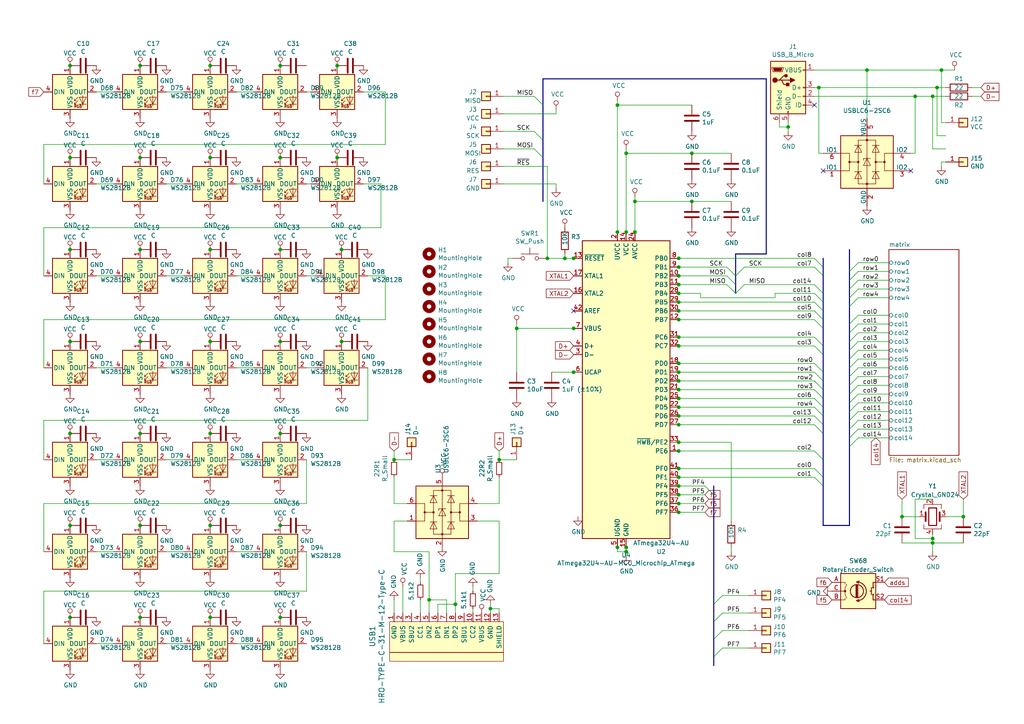
<source format=kicad_sch>
(kicad_sch (version 20211123) (generator eeschema)
  (paper "A4")
  (title_block (title "Arisu") (rev "1.0") (company "Fate"))
  (lib_symbols
    (symbol "Device:C" (pin_numbers hide) (pin_names (offset 0.254))
      (property "Reference" "C" (at 0.635 2.54 0))
      (property "Value" "C" (at 0.635 -2.54 0))
      (symbol "C_1_1"
        (pin passive line (at 0 3.81 270) (length 2.794) (name "~") (number "1"))
        (pin passive line (at 0 -3.81 90) (length 2.794) (name "~") (number "2"))
      )
    )
    (symbol "Device:R_Small" (pin_numbers hide) (pin_names (offset 0.254) hide)
      (property "Reference" "R" (at 0.762 0.508 0))
      (property "Value" "R_Small" (at 0.762 -1.016 0))
      (symbol "R_Small_1_1"
        (pin passive line (at 0 2.54 270) (length 0.762) (name "~") (number "1"))
        (pin passive line (at 0 -2.54 90) (length 0.762) (name "~") (number "2"))
      )
    )
    (symbol "Device:RotaryEncoder_Switch" (pin_names (offset 0.254) hide)
      (property "Reference" "SW" (at 0 6.604 0))
      (property "Value" "RotaryEncoder_Switch" (at 0 -6.604 0))
      (symbol "RotaryEncoder_Switch_1_1"
        (pin passive line (at -7.62 2.54 0) (length 2.54) (name "A") (number "A"))
        (pin passive line (at -7.62 -2.54 0) (length 2.54) (name "B") (number "B"))
        (pin passive line (at -7.62 0 0) (length 2.54) (name "C") (number "C"))
        (pin passive line (at 7.62 2.54 180) (length 2.54) (name "S1") (number "S1"))
        (pin passive line (at 7.62 -2.54 180) (length 2.54) (name "S2") (number "S2"))
      )
    )
    (symbol "LED:WS2812B" (pin_names (offset 0.254))
      (property "Reference" "D" (at 5.08 5.715 0))
      (property "Value" "WS2812B" (at 1.27 -5.715 0))
      (symbol "WS2812B_0_0"
        (text "RGB" (at 2.286 -4.191 0) (effects (font (size 0.762 0.762))))
      )
      (symbol "WS2812B_1_1"
        (pin power_in line (at 0 7.62 270) (length 2.54) (name "VDD") (number "1"))
        (pin output line (at 7.62 0 180) (length 2.54) (name "DOUT") (number "2"))
        (pin power_in line (at 0 -7.62 90) (length 2.54) (name "VSS") (number "3"))
        (pin input line (at -7.62 0 0) (length 2.54) (name "DIN") (number "4"))
      )
    )
    (symbol "Power_Protection:USBLC6-2SC6" (pin_names hide)
      (property "Reference" "U" (at 2.54 8.89 0))
      (property "Value" "USBLC6-2SC6" (at 2.54 -8.89 0))
      (symbol "USBLC6-2SC6_1_1"
        (pin passive line (at -10.16 -2.54 0) (length 2.54) (name "I/O1") (number "1"))
        (pin passive line (at 0 -10.16 90) (length 2.54) (name "GND") (number "2"))
        (pin passive line (at 10.16 -2.54 180) (length 2.54) (name "I/O2") (number "3"))
        (pin passive line (at 10.16 2.54 180) (length 2.54) (name "I/O2") (number "4"))
        (pin passive line (at 0 10.16 270) (length 2.54) (name "VBUS") (number "5"))
        (pin passive line (at -10.16 2.54 0) (length 2.54) (name "I/O1") (number "6"))
      )
    )
    (symbol "arisu-rescue:ATmega32U4-AU-MCU_Microchip_ATmega"
      (property "Reference" "U" (at -12.7 44.45 0))
      (property "Value" "ATmega32U4-AU-MCU_Microchip_ATmega" (at 2.54 -44.45 0))
      (symbol "ATmega32U4-AU-MCU_Microchip_ATmega_1_1"
        (pin tri_state line (at 15.24 -17.78 180) (length 2.54) (name "PE6") (number "1"))
        (pin tri_state line (at 15.24 33.02 180) (length 2.54) (name "PB2") (number "10"))
        (pin tri_state line (at 15.24 30.48 180) (length 2.54) (name "PB3") (number "11"))
        (pin tri_state line (at 15.24 20.32 180) (length 2.54) (name "PB7") (number "12"))
        (pin input line (at -15.24 38.1 0) (length 2.54) (name "~{RESET}") (number "13"))
        (pin power_in line (at 0 45.72 270) (length 2.54) (name "VCC") (number "14"))
        (pin power_in line (at 0 -45.72 90) (length 2.54) (name "GND") (number "15"))
        (pin output line (at -15.24 27.94 0) (length 2.54) (name "XTAL2") (number "16"))
        (pin input line (at -15.24 33.02 0) (length 2.54) (name "XTAL1") (number "17"))
        (pin tri_state line (at 15.24 7.62 180) (length 2.54) (name "PD0") (number "18"))
        (pin tri_state line (at 15.24 5.08 180) (length 2.54) (name "PD1") (number "19"))
        (pin power_in line (at -2.54 45.72 270) (length 2.54) (name "UVCC") (number "2"))
        (pin tri_state line (at 15.24 2.54 180) (length 2.54) (name "PD2") (number "20"))
        (pin tri_state line (at 15.24 0 180) (length 2.54) (name "PD3") (number "21"))
        (pin tri_state line (at 15.24 -5.08 180) (length 2.54) (name "PD5") (number "22"))
        (pin passive line (at 0 -45.72 90) (length 2.54) hide (name "GND") (number "23"))
        (pin power_in line (at 2.54 45.72 270) (length 2.54) (name "AVCC") (number "24"))
        (pin tri_state line (at 15.24 -2.54 180) (length 2.54) (name "PD4") (number "25"))
        (pin tri_state line (at 15.24 -7.62 180) (length 2.54) (name "PD6") (number "26"))
        (pin tri_state line (at 15.24 -10.16 180) (length 2.54) (name "PD7") (number "27"))
        (pin tri_state line (at 15.24 27.94 180) (length 2.54) (name "PB4") (number "28"))
        (pin tri_state line (at 15.24 25.4 180) (length 2.54) (name "PB5") (number "29"))
        (pin bidirectional line (at -15.24 10.16 0) (length 2.54) (name "D-") (number "3"))
        (pin tri_state line (at 15.24 22.86 180) (length 2.54) (name "PB6") (number "30"))
        (pin tri_state line (at 15.24 15.24 180) (length 2.54) (name "PC6") (number "31"))
        (pin tri_state line (at 15.24 12.7 180) (length 2.54) (name "PC7") (number "32"))
        (pin tri_state line (at 15.24 -15.24 180) (length 2.54) (name "~{HWB}/PE2") (number "33"))
        (pin passive line (at 0 45.72 270) (length 2.54) hide (name "VCC") (number "34"))
        (pin passive line (at 0 -45.72 90) (length 2.54) hide (name "GND") (number "35"))
        (pin tri_state line (at 15.24 -35.56 180) (length 2.54) (name "PF7") (number "36"))
        (pin tri_state line (at 15.24 -33.02 180) (length 2.54) (name "PF6") (number "37"))
        (pin tri_state line (at 15.24 -30.48 180) (length 2.54) (name "PF5") (number "38"))
        (pin tri_state line (at 15.24 -27.94 180) (length 2.54) (name "PF4") (number "39"))
        (pin bidirectional line (at -15.24 12.7 0) (length 2.54) (name "D+") (number "4"))
        (pin tri_state line (at 15.24 -25.4 180) (length 2.54) (name "PF1") (number "40"))
        (pin tri_state line (at 15.24 -22.86 180) (length 2.54) (name "PF0") (number "41"))
        (pin passive line (at -15.24 22.86 0) (length 2.54) (name "AREF") (number "42"))
        (pin passive line (at 0 -45.72 90) (length 2.54) hide (name "GND") (number "43"))
        (pin passive line (at 2.54 45.72 270) (length 2.54) hide (name "AVCC") (number "44"))
        (pin passive line (at -2.54 -45.72 90) (length 2.54) (name "UGND") (number "5"))
        (pin passive line (at -15.24 5.08 0) (length 2.54) (name "UCAP") (number "6"))
        (pin input line (at -15.24 17.78 0) (length 2.54) (name "VBUS") (number "7"))
        (pin tri_state line (at 15.24 38.1 180) (length 2.54) (name "PB0") (number "8"))
        (pin tri_state line (at 15.24 35.56 180) (length 2.54) (name "PB1") (number "9"))
      )
    )
    (symbol "arisu-rescue:C-Device" (pin_numbers hide) (pin_names (offset 0.254))
      (property "Reference" "C" (at 0.635 2.54 0))
      (property "Value" "C-Device" (at 0.635 -2.54 0))
      (symbol "C-Device_1_1"
        (pin passive line (at 0 3.81 270) (length 2.794) (name "~") (number "1"))
        (pin passive line (at 0 -3.81 90) (length 2.794) (name "~") (number "2"))
      )
    )
    (symbol "arisu-rescue:Conn_01x01-Connector_Generic" (pin_names (offset 1.016) hide)
      (property "Reference" "J" (at 0 2.54 0))
      (property "Value" "Conn_01x01-Connector_Generic" (at 0 -2.54 0))
      (symbol "Conn_01x01-Connector_Generic_1_1"
        (pin passive line (at -5.08 0 0) (length 3.81) (name "Pin_1") (number "1"))
      )
    )
    (symbol "arisu-rescue:Crystal_GND24-Device" (pin_names (offset 1.016) hide)
      (property "Reference" "Y" (at 3.175 5.08 0))
      (property "Value" "Crystal_GND24-Device" (at 3.175 3.175 0))
      (symbol "Crystal_GND24-Device_1_1"
        (pin passive line (at -3.81 0 0) (length 1.27) (name "1") (number "1"))
        (pin passive line (at 0 5.08 270) (length 1.27) (name "2") (number "2"))
        (pin passive line (at 3.81 0 180) (length 1.27) (name "3") (number "3"))
        (pin passive line (at 0 -5.08 90) (length 1.27) (name "4") (number "4"))
      )
    )
    (symbol "arisu-rescue:GND-power" (power) (pin_names (offset 0))
      (property "Value" "GND-power" (at 0 -3.81 0))
      (symbol "GND-power_1_1"
        (pin power_in line (at 0 0 270) (length 0) hide (name "GND") (number "1"))
      )
    )
    (symbol "arisu-rescue:MountingHole-Mechanical" (pin_names (offset 1.016))
      (property "Reference" "H" (at 0 5.08 0))
      (property "Value" "MountingHole-Mechanical" (at 0 3.175 0))
    )
    (symbol "arisu-rescue:R-Device" (pin_numbers hide) (pin_names (offset 0))
      (property "Reference" "R" (at 2.032 0 90))
      (property "Value" "R-Device" (at 0 0 90))
      (symbol "R-Device_1_1"
        (pin passive line (at 0 3.81 270) (length 1.27) (name "~") (number "1"))
        (pin passive line (at 0 -3.81 90) (length 1.27) (name "~") (number "2"))
      )
    )
    (symbol "arisu-rescue:SW_Push-Switch" (pin_numbers hide) (pin_names (offset 1.016) hide)
      (property "Reference" "SW" (at 1.27 2.54 0))
      (property "Value" "SW_Push-Switch" (at 0 -1.524 0))
      (symbol "SW_Push-Switch_0_1"
        (pin passive line (at -5.08 0 0) (length 2.54) (name "1") (number "1"))
        (pin passive line (at 5.08 0 180) (length 2.54) (name "2") (number "2"))
      )
    )
    (symbol "arisu-rescue:USBLC6-2SC6-Power_Protection" (pin_names (offset 0))
      (property "Reference" "U" (at 5.08 8.89 0))
      (property "Value" "USBLC6-2SC6-Power_Protection" (at 10.16 -10.16 0))
      (symbol "USBLC6-2SC6-Power_Protection_1_1"
        (pin passive line (at -12.7 -2.54 0) (length 5.08) (name "IO1") (number "1"))
        (pin passive line (at 0 -12.7 90) (length 5.08) (name "GND") (number "2"))
        (pin passive line (at 12.7 -2.54 180) (length 5.08) (name "IO2") (number "3"))
        (pin passive line (at 12.7 2.54 180) (length 5.08) (name "IO2") (number "4"))
        (pin passive line (at 0 12.7 270) (length 5.08) (name "VBUS") (number "5"))
        (pin passive line (at -12.7 2.54 0) (length 5.08) (name "IO1") (number "6"))
      )
    )
    (symbol "arisu-rescue:USB_B_Micro-Connector" (pin_names (offset 1.016))
      (property "Reference" "J" (at -5.08 11.43 0))
      (property "Value" "USB_B_Micro-Connector" (at -5.08 8.89 0))
      (symbol "USB_B_Micro-Connector_1_1"
        (pin power_out line (at 7.62 5.08 180) (length 2.54) (name "VBUS") (number "1"))
        (pin passive line (at 7.62 -2.54 180) (length 2.54) (name "D-") (number "2"))
        (pin passive line (at 7.62 0 180) (length 2.54) (name "D+") (number "3"))
        (pin passive line (at 7.62 -5.08 180) (length 2.54) (name "ID") (number "4"))
        (pin power_out line (at 0 -10.16 90) (length 2.54) (name "GND") (number "5"))
        (pin passive line (at -2.54 -10.16 90) (length 2.54) (name "Shield") (number "6"))
      )
    )
    (symbol "arisu-rescue:VCC-power" (power) (pin_names (offset 0))
      (property "Value" "VCC-power" (at 0 3.81 0))
      (symbol "VCC-power_1_1"
        (pin power_in line (at 0 0 90) (length 0) hide (name "VCC") (number "1"))
      )
    )
    (symbol "arisutea-bt-pcb:HRO-TYPE-C-31-M-12-Type-C" (pin_names (offset 1.016))
      (property "Reference" "USB" (at -5.08 16.51 0))
      (property "Value" "arisutea-bt-pcb_HRO-TYPE-C-31-M-12-Type-C" (at -10.16 -1.27 90))
      (symbol "HRO-TYPE-C-31-M-12-Type-C_1_1"
        (pin power_out line (at 2.54 13.97 180) (length 2.54) (name "GND") (number "1"))
        (pin bidirectional line (at 2.54 -8.89 180) (length 2.54) (name "CC2") (number "10"))
        (pin power_out line (at 2.54 -11.43 180) (length 2.54) (name "VBUS") (number "11"))
        (pin power_out line (at 2.54 -13.97 180) (length 2.54) (name "GND") (number "12"))
        (pin passive line (at 2.54 -16.51 180) (length 2.54) (name "SHIELD") (number "13"))
        (pin power_out line (at 2.54 11.43 180) (length 2.54) (name "VBUS") (number "2"))
        (pin bidirectional line (at 2.54 8.89 180) (length 2.54) (name "SBU2") (number "3"))
        (pin bidirectional line (at 2.54 6.35 180) (length 2.54) (name "CC1") (number "4"))
        (pin bidirectional line (at 2.54 3.81 180) (length 2.54) (name "DN2") (number "5"))
        (pin bidirectional line (at 2.54 1.27 180) (length 2.54) (name "DP1") (number "6"))
        (pin bidirectional line (at 2.54 -1.27 180) (length 2.54) (name "DN1") (number "7"))
        (pin bidirectional line (at 2.54 -3.81 180) (length 2.54) (name "DP2") (number "8"))
        (pin bidirectional line (at 2.54 -6.35 180) (length 2.54) (name "SBU1") (number "9"))
      )
    )
  )
  (junction (at 97.79 45.72))
  (junction (at 142.24 176.53))
  (junction (at 40.64 45.72))
  (junction (at 181.61 158.75))
  (junction (at 99.06 72.39))
  (junction (at 196.85 97.79))
  (junction (at 196.85 115.57))
  (junction (at 99.06 99.06))
  (junction (at 60.96 99.06))
  (junction (at 40.64 152.4))
  (junction (at 196.85 87.63))
  (junction (at 196.85 90.17))
  (junction (at 81.28 72.39))
  (junction (at 196.85 140.97))
  (junction (at 81.28 125.73))
  (junction (at 196.85 113.03))
  (junction (at 261.62 149.86))
  (junction (at 40.64 179.07))
  (junction (at 81.28 99.06))
  (junction (at 251.46 20.32))
  (junction (at 196.85 138.43))
  (junction (at 166.37 95.25))
  (junction (at 40.64 19.05))
  (junction (at 124.46 173.99))
  (junction (at 181.61 67.31))
  (junction (at 166.37 107.95))
  (junction (at 196.85 85.09))
  (junction (at 196.85 100.33))
  (junction (at 81.28 19.05))
  (junction (at 163.83 74.93))
  (junction (at 60.96 45.72))
  (junction (at 179.07 30.48))
  (junction (at 60.96 179.07))
  (junction (at 81.28 45.72))
  (junction (at 196.85 80.01))
  (junction (at 179.07 158.75))
  (junction (at 196.85 110.49))
  (junction (at 114.3 133.35))
  (junction (at 158.75 74.93))
  (junction (at 40.64 99.06))
  (junction (at 271.78 25.4))
  (junction (at 20.32 152.4))
  (junction (at 196.85 118.11))
  (junction (at 20.32 125.73))
  (junction (at 273.05 20.32))
  (junction (at 20.32 45.72))
  (junction (at 196.85 120.65))
  (junction (at 196.85 143.51))
  (junction (at 237.49 25.4))
  (junction (at 40.64 72.39))
  (junction (at 200.66 44.45))
  (junction (at 144.78 133.35))
  (junction (at 181.61 160.02))
  (junction (at 270.51 156.21))
  (junction (at 40.64 125.73))
  (junction (at 60.96 19.05))
  (junction (at 196.85 107.95))
  (junction (at 279.4 149.86))
  (junction (at 196.85 77.47))
  (junction (at 228.6 36.83))
  (junction (at 270.51 157.48))
  (junction (at 60.96 125.73))
  (junction (at 196.85 130.81))
  (junction (at 265.43 27.94))
  (junction (at 81.28 179.07))
  (junction (at 196.85 128.27))
  (junction (at 184.15 67.31))
  (junction (at 149.86 95.25))
  (junction (at 200.66 58.42))
  (junction (at 196.85 92.71))
  (junction (at 97.79 19.05))
  (junction (at 181.61 44.45))
  (junction (at 166.37 74.93))
  (junction (at 20.32 99.06))
  (junction (at 81.28 152.4))
  (junction (at 60.96 152.4))
  (junction (at 196.85 82.55))
  (junction (at 132.08 175.26))
  (junction (at 184.15 58.42))
  (junction (at 20.32 179.07))
  (junction (at 196.85 123.19))
  (junction (at 196.85 105.41))
  (junction (at 60.96 72.39))
  (junction (at 196.85 135.89))
  (junction (at 196.85 146.05))
  (junction (at 196.85 148.59))
  (junction (at 20.32 19.05))
  (junction (at 179.07 67.31))
  (junction (at 196.85 74.93))
  (junction (at 20.32 72.39))
  (junction (at 270.51 27.94))
  (no_connect (at 238.76 49.53))
  (no_connect (at 236.22 30.48))
  (no_connect (at 264.16 49.53))
  (no_connect (at 166.37 90.17))
  (bus_entry (at 154.94 38.1) (size 2.54 2.54))
  (bus_entry (at 236.22 115.57) (size 2.54 2.54))
  (bus_entry (at 207.01 175.26) (size 2.54 -2.54))
  (bus_entry (at 246.38 83.82) (size 2.54 -2.54))
  (bus_entry (at 246.38 106.68) (size 2.54 -2.54))
  (bus_entry (at 246.38 78.74) (size 2.54 -2.54))
  (bus_entry (at 246.38 96.52) (size 2.54 -2.54))
  (bus_entry (at 236.22 105.41) (size 2.54 2.54))
  (bus_entry (at 246.38 111.76) (size 2.54 -2.54))
  (bus_entry (at 207.01 190.5) (size 2.54 -2.54))
  (bus_entry (at 210.82 77.47) (size 2.54 2.54))
  (bus_entry (at 236.22 85.09) (size 2.54 2.54))
  (bus_entry (at 207.01 180.34) (size 2.54 -2.54))
  (bus_entry (at 236.22 90.17) (size 2.54 2.54))
  (bus_entry (at 246.38 119.38) (size 2.54 -2.54))
  (bus_entry (at 246.38 88.9) (size 2.54 -2.54))
  (bus_entry (at 246.38 104.14) (size 2.54 -2.54))
  (bus_entry (at 213.36 80.01) (size 2.54 -2.54))
  (bus_entry (at 154.94 43.18) (size 2.54 2.54))
  (bus_entry (at 246.38 127) (size 2.54 -2.54))
  (bus_entry (at 236.22 74.93) (size 2.54 2.54))
  (bus_entry (at 236.22 130.81) (size 2.54 2.54))
  (bus_entry (at 236.22 110.49) (size 2.54 2.54))
  (bus_entry (at 236.22 118.11) (size 2.54 2.54))
  (bus_entry (at 246.38 99.06) (size 2.54 -2.54))
  (bus_entry (at 236.22 92.71) (size 2.54 2.54))
  (bus_entry (at 246.38 114.3) (size 2.54 -2.54))
  (bus_entry (at 236.22 138.43) (size 2.54 2.54))
  (bus_entry (at 246.38 116.84) (size 2.54 -2.54))
  (bus_entry (at 246.38 93.98) (size 2.54 -2.54))
  (bus_entry (at 246.38 101.6) (size 2.54 -2.54))
  (bus_entry (at 236.22 120.65) (size 2.54 2.54))
  (bus_entry (at 246.38 121.92) (size 2.54 -2.54))
  (bus_entry (at 236.22 77.47) (size 2.54 2.54))
  (bus_entry (at 236.22 100.33) (size 2.54 2.54))
  (bus_entry (at 154.94 27.94) (size 2.54 2.54))
  (bus_entry (at 246.38 81.28) (size 2.54 -2.54))
  (bus_entry (at 236.22 87.63) (size 2.54 2.54))
  (bus_entry (at 210.82 80.01) (size 2.54 2.54))
  (bus_entry (at 236.22 97.79) (size 2.54 2.54))
  (bus_entry (at 246.38 129.54) (size 2.54 -2.54))
  (bus_entry (at 207.01 185.42) (size 2.54 -2.54))
  (bus_entry (at 246.38 86.36) (size 2.54 -2.54))
  (bus_entry (at 236.22 135.89) (size 2.54 2.54))
  (bus_entry (at 246.38 124.46) (size 2.54 -2.54))
  (bus_entry (at 213.36 85.09) (size 2.54 -2.54))
  (bus_entry (at 236.22 123.19) (size 2.54 2.54))
  (bus_entry (at 210.82 82.55) (size 2.54 2.54))
  (bus_entry (at 236.22 113.03) (size 2.54 2.54))
  (bus_entry (at 236.22 107.95) (size 2.54 2.54))
  (bus_entry (at 246.38 109.22) (size 2.54 -2.54))
  (bus_entry (at 236.22 82.55) (size 2.54 2.54))
  (bus_entry (at 204.47 140.97) (size 2.54 2.54))
  (wire (pts (xy 27.94 186.69) (xy 33.02 186.69)))
  (wire (pts (xy 228.6 36.83) (xy 228.6 38.1)))
  (wire (pts (xy 114.3 133.35) (xy 114.3 130.81)))
  (wire (pts (xy 105.41 53.34) (xy 110.49 53.34)))
  (wire (pts (xy 196.85 115.57) (xy 236.22 115.57)))
  (wire (pts (xy 196.85 146.05) (xy 204.47 146.05)))
  (wire (pts (xy 257.81 78.74) (xy 248.92 78.74)))
  (bus (pts (xy 238.76 107.95) (xy 238.76 110.49)))
  (wire (pts (xy 68.58 186.69) (xy 73.66 186.69)))
  (wire (pts (xy 181.61 160.02) (xy 181.61 161.29)))
  (wire (pts (xy 196.85 113.03) (xy 236.22 113.03)))
  (wire (pts (xy 129.54 173.99) (xy 129.54 177.8)))
  (wire (pts (xy 149.86 133.35) (xy 144.78 133.35)))
  (wire (pts (xy 248.92 93.98) (xy 257.81 93.98)))
  (wire (pts (xy 179.07 160.02) (xy 181.61 160.02)))
  (wire (pts (xy 196.85 128.27) (xy 212.09 128.27)))
  (wire (pts (xy 158.75 74.93) (xy 163.83 74.93)))
  (bus (pts (xy 238.76 74.93) (xy 238.76 77.47)))
  (wire (pts (xy 270.51 27.94) (xy 274.32 27.94)))
  (wire (pts (xy 137.16 176.53) (xy 137.16 177.8)))
  (bus (pts (xy 157.48 45.72) (xy 157.48 58.42)))
  (wire (pts (xy 236.22 20.32) (xy 251.46 20.32)))
  (wire (pts (xy 12.7 41.91) (xy 111.76 41.91)))
  (wire (pts (xy 270.51 144.78) (xy 265.43 144.78)))
  (wire (pts (xy 237.49 44.45) (xy 237.49 25.4)))
  (wire (pts (xy 27.94 106.68) (xy 33.02 106.68)))
  (wire (pts (xy 196.85 90.17) (xy 236.22 90.17)))
  (wire (pts (xy 68.58 106.68) (xy 73.66 106.68)))
  (wire (pts (xy 48.26 53.34) (xy 53.34 53.34)))
  (wire (pts (xy 184.15 58.42) (xy 200.66 58.42)))
  (wire (pts (xy 279.4 157.48) (xy 270.51 157.48)))
  (wire (pts (xy 124.46 173.99) (xy 129.54 173.99)))
  (wire (pts (xy 12.7 106.68) (xy 12.7 92.71)))
  (wire (pts (xy 146.05 27.94) (xy 154.94 27.94)))
  (bus (pts (xy 238.76 138.43) (xy 238.76 140.97)))
  (bus (pts (xy 157.48 22.86) (xy 157.48 30.48)))
  (bus (pts (xy 246.38 109.22) (xy 246.38 111.76)))
  (wire (pts (xy 121.92 177.8) (xy 121.92 173.99)))
  (wire (pts (xy 68.58 160.02) (xy 73.66 160.02)))
  (wire (pts (xy 196.85 80.01) (xy 210.82 80.01)))
  (bus (pts (xy 246.38 88.9) (xy 246.38 93.98)))
  (wire (pts (xy 121.92 168.91) (xy 121.92 167.64)))
  (wire (pts (xy 248.92 121.92) (xy 257.81 121.92)))
  (wire (pts (xy 127 175.26) (xy 132.08 175.26)))
  (wire (pts (xy 196.85 120.65) (xy 236.22 120.65)))
  (bus (pts (xy 207.01 143.51) (xy 207.01 175.26)))
  (wire (pts (xy 273.05 46.99) (xy 273.05 48.26)))
  (wire (pts (xy 88.9 133.35) (xy 88.9 146.05)))
  (bus (pts (xy 238.76 125.73) (xy 238.76 133.35)))
  (wire (pts (xy 158.75 48.26) (xy 158.75 74.93)))
  (wire (pts (xy 274.32 149.86) (xy 279.4 149.86)))
  (bus (pts (xy 238.76 95.25) (xy 238.76 100.33)))
  (wire (pts (xy 124.46 177.8) (xy 124.46 173.99)))
  (wire (pts (xy 91.44 80.01) (xy 88.9 80.01)))
  (wire (pts (xy 215.9 77.47) (xy 236.22 77.47)))
  (bus (pts (xy 238.76 118.11) (xy 238.76 120.65)))
  (wire (pts (xy 179.07 158.75) (xy 179.07 160.02)))
  (wire (pts (xy 196.85 143.51) (xy 204.47 143.51)))
  (wire (pts (xy 248.92 99.06) (xy 257.81 99.06)))
  (wire (pts (xy 105.41 26.67) (xy 111.76 26.67)))
  (wire (pts (xy 215.9 82.55) (xy 236.22 82.55)))
  (wire (pts (xy 124.46 160.02) (xy 114.3 160.02)))
  (bus (pts (xy 207.01 140.97) (xy 207.01 143.51)))
  (wire (pts (xy 12.7 146.05) (xy 88.9 146.05)))
  (wire (pts (xy 68.58 26.67) (xy 73.66 26.67)))
  (bus (pts (xy 207.01 190.5) (xy 207.01 193.04)))
  (wire (pts (xy 106.68 80.01) (xy 111.76 80.01)))
  (bus (pts (xy 238.76 140.97) (xy 238.76 152.4)))
  (wire (pts (xy 248.92 119.38) (xy 257.81 119.38)))
  (wire (pts (xy 248.92 124.46) (xy 257.81 124.46)))
  (wire (pts (xy 228.6 35.56) (xy 228.6 36.83)))
  (wire (pts (xy 196.85 138.43) (xy 236.22 138.43)))
  (wire (pts (xy 276.86 20.32) (xy 273.05 20.32)))
  (wire (pts (xy 88.9 53.34) (xy 90.17 53.34)))
  (bus (pts (xy 157.48 22.86) (xy 222.25 22.86)))
  (wire (pts (xy 148.59 74.93) (xy 147.32 74.93)))
  (bus (pts (xy 238.76 90.17) (xy 238.76 92.71)))
  (wire (pts (xy 181.61 44.45) (xy 181.61 67.31)))
  (wire (pts (xy 27.94 133.35) (xy 33.02 133.35)))
  (bus (pts (xy 246.38 119.38) (xy 246.38 121.92)))
  (bus (pts (xy 238.76 80.01) (xy 238.76 85.09)))
  (wire (pts (xy 279.4 149.86) (xy 279.4 144.78)))
  (wire (pts (xy 144.78 146.05) (xy 144.78 138.43)))
  (wire (pts (xy 48.26 160.02) (xy 53.34 160.02)))
  (wire (pts (xy 161.29 53.34) (xy 161.29 54.61)))
  (wire (pts (xy 196.85 87.63) (xy 236.22 87.63)))
  (wire (pts (xy 144.78 176.53) (xy 144.78 177.8)))
  (wire (pts (xy 137.16 171.45) (xy 137.16 170.18)))
  (bus (pts (xy 207.01 180.34) (xy 207.01 185.42)))
  (wire (pts (xy 163.83 73.66) (xy 163.83 74.93)))
  (wire (pts (xy 264.16 44.45) (xy 265.43 44.45)))
  (wire (pts (xy 12.7 133.35) (xy 12.7 121.92)))
  (wire (pts (xy 209.55 182.88) (xy 217.17 182.88)))
  (wire (pts (xy 179.07 29.21) (xy 179.07 30.48)))
  (wire (pts (xy 118.11 146.05) (xy 114.3 146.05)))
  (wire (pts (xy 196.85 100.33) (xy 236.22 100.33)))
  (wire (pts (xy 251.46 20.32) (xy 251.46 34.29)))
  (wire (pts (xy 127 177.8) (xy 127 175.26)))
  (wire (pts (xy 132.08 175.26) (xy 132.08 166.37)))
  (wire (pts (xy 138.43 146.05) (xy 144.78 146.05)))
  (wire (pts (xy 179.07 30.48) (xy 179.07 67.31)))
  (bus (pts (xy 246.38 101.6) (xy 246.38 104.14)))
  (bus (pts (xy 238.76 87.63) (xy 238.76 90.17)))
  (wire (pts (xy 200.66 44.45) (xy 212.09 44.45)))
  (wire (pts (xy 274.32 35.56) (xy 273.05 35.56)))
  (wire (pts (xy 248.92 106.68) (xy 257.81 106.68)))
  (wire (pts (xy 144.78 133.35) (xy 144.78 130.81)))
  (bus (pts (xy 238.76 92.71) (xy 238.76 95.25)))
  (bus (pts (xy 246.38 106.68) (xy 246.38 109.22)))
  (wire (pts (xy 237.49 25.4) (xy 271.78 25.4)))
  (bus (pts (xy 246.38 104.14) (xy 246.38 106.68)))
  (wire (pts (xy 142.24 176.53) (xy 142.24 175.26)))
  (wire (pts (xy 114.3 151.13) (xy 118.11 151.13)))
  (wire (pts (xy 281.94 27.94) (xy 284.48 27.94)))
  (wire (pts (xy 146.05 43.18) (xy 154.94 43.18)))
  (wire (pts (xy 248.92 86.36) (xy 257.81 86.36)))
  (wire (pts (xy 270.51 157.48) (xy 270.51 156.21)))
  (wire (pts (xy 203.2 85.09) (xy 203.2 86.36)))
  (wire (pts (xy 114.3 177.8) (xy 114.3 173.99)))
  (bus (pts (xy 238.76 77.47) (xy 238.76 80.01)))
  (wire (pts (xy 132.08 166.37) (xy 144.78 166.37)))
  (bus (pts (xy 246.38 114.3) (xy 246.38 116.84)))
  (wire (pts (xy 209.55 187.96) (xy 217.17 187.96)))
  (wire (pts (xy 236.22 85.09) (xy 224.79 85.09)))
  (wire (pts (xy 226.06 35.56) (xy 226.06 36.83)))
  (bus (pts (xy 246.38 127) (xy 246.38 129.54)))
  (bus (pts (xy 238.76 110.49) (xy 238.76 113.03)))
  (wire (pts (xy 265.43 144.78) (xy 265.43 156.21)))
  (wire (pts (xy 270.51 43.18) (xy 270.51 27.94)))
  (wire (pts (xy 248.92 116.84) (xy 257.81 116.84)))
  (wire (pts (xy 196.85 97.79) (xy 236.22 97.79)))
  (bus (pts (xy 246.38 93.98) (xy 246.38 96.52)))
  (wire (pts (xy 111.76 41.91) (xy 111.76 26.67)))
  (bus (pts (xy 238.76 152.4) (xy 246.38 152.4)))
  (wire (pts (xy 184.15 57.15) (xy 184.15 58.42)))
  (wire (pts (xy 147.32 74.93) (xy 147.32 76.2)))
  (wire (pts (xy 12.7 171.45) (xy 88.9 171.45)))
  (bus (pts (xy 238.76 85.09) (xy 238.76 87.63)))
  (wire (pts (xy 132.08 177.8) (xy 132.08 175.26)))
  (wire (pts (xy 12.7 80.01) (xy 12.7 66.04)))
  (wire (pts (xy 146.05 38.1) (xy 154.94 38.1)))
  (bus (pts (xy 238.76 120.65) (xy 238.76 123.19)))
  (wire (pts (xy 248.92 114.3) (xy 257.81 114.3)))
  (bus (pts (xy 213.36 73.66) (xy 213.36 80.01)))
  (wire (pts (xy 196.85 140.97) (xy 204.47 140.97)))
  (wire (pts (xy 273.05 20.32) (xy 251.46 20.32)))
  (wire (pts (xy 261.62 149.86) (xy 261.62 144.78)))
  (wire (pts (xy 196.85 135.89) (xy 236.22 135.89)))
  (wire (pts (xy 248.92 127) (xy 257.81 127)))
  (wire (pts (xy 200.66 30.48) (xy 179.07 30.48)))
  (wire (pts (xy 248.92 111.76) (xy 257.81 111.76)))
  (bus (pts (xy 246.38 111.76) (xy 246.38 114.3)))
  (bus (pts (xy 157.48 40.64) (xy 157.48 45.72)))
  (wire (pts (xy 48.26 80.01) (xy 53.34 80.01)))
  (bus (pts (xy 238.76 100.33) (xy 238.76 102.87)))
  (wire (pts (xy 210.82 77.47) (xy 196.85 77.47)))
  (wire (pts (xy 12.7 160.02) (xy 12.7 146.05)))
  (wire (pts (xy 124.46 173.99) (xy 124.46 160.02)))
  (bus (pts (xy 238.76 115.57) (xy 238.76 118.11)))
  (wire (pts (xy 212.09 160.02) (xy 212.09 158.75)))
  (wire (pts (xy 138.43 151.13) (xy 144.78 151.13)))
  (wire (pts (xy 27.94 160.02) (xy 33.02 160.02)))
  (wire (pts (xy 48.26 133.35) (xy 53.34 133.35)))
  (wire (pts (xy 196.85 74.93) (xy 236.22 74.93)))
  (wire (pts (xy 161.29 33.02) (xy 161.29 31.75)))
  (wire (pts (xy 274.32 39.37) (xy 271.78 39.37)))
  (wire (pts (xy 114.3 160.02) (xy 114.3 151.13)))
  (wire (pts (xy 160.02 107.95) (xy 166.37 107.95)))
  (wire (pts (xy 281.94 25.4) (xy 284.48 25.4)))
  (wire (pts (xy 274.32 46.99) (xy 273.05 46.99)))
  (wire (pts (xy 196.85 85.09) (xy 203.2 85.09)))
  (wire (pts (xy 261.62 157.48) (xy 270.51 157.48)))
  (wire (pts (xy 248.92 96.52) (xy 257.81 96.52)))
  (bus (pts (xy 246.38 78.74) (xy 246.38 81.28)))
  (wire (pts (xy 196.85 92.71) (xy 236.22 92.71)))
  (wire (pts (xy 110.49 66.04) (xy 110.49 53.34)))
  (bus (pts (xy 246.38 83.82) (xy 246.38 86.36)))
  (wire (pts (xy 111.76 92.71) (xy 111.76 80.01)))
  (bus (pts (xy 238.76 113.03) (xy 238.76 115.57)))
  (wire (pts (xy 68.58 80.01) (xy 73.66 80.01)))
  (wire (pts (xy 116.84 177.8) (xy 116.84 170.18)))
  (bus (pts (xy 238.76 102.87) (xy 238.76 107.95)))
  (bus (pts (xy 213.36 80.01) (xy 213.36 82.55)))
  (bus (pts (xy 213.36 82.55) (xy 213.36 85.09)))
  (wire (pts (xy 181.61 44.45) (xy 200.66 44.45)))
  (wire (pts (xy 248.92 104.14) (xy 257.81 104.14)))
  (wire (pts (xy 181.61 43.18) (xy 181.61 44.45)))
  (wire (pts (xy 48.26 186.69) (xy 53.34 186.69)))
  (wire (pts (xy 209.55 177.8) (xy 217.17 177.8)))
  (wire (pts (xy 88.9 26.67) (xy 90.17 26.67)))
  (wire (pts (xy 236.22 27.94) (xy 265.43 27.94)))
  (wire (pts (xy 209.55 172.72) (xy 217.17 172.72)))
  (bus (pts (xy 246.38 116.84) (xy 246.38 119.38)))
  (wire (pts (xy 271.78 39.37) (xy 271.78 25.4)))
  (bus (pts (xy 246.38 124.46) (xy 246.38 127)))
  (wire (pts (xy 27.94 26.67) (xy 33.02 26.67)))
  (bus (pts (xy 222.25 22.86) (xy 222.25 73.66)))
  (wire (pts (xy 149.86 95.25) (xy 149.86 107.95)))
  (wire (pts (xy 248.92 91.44) (xy 257.81 91.44)))
  (wire (pts (xy 163.83 74.93) (xy 166.37 74.93)))
  (wire (pts (xy 271.78 25.4) (xy 274.32 25.4)))
  (bus (pts (xy 246.38 81.28) (xy 246.38 83.82)))
  (wire (pts (xy 12.7 53.34) (xy 12.7 41.91)))
  (wire (pts (xy 196.85 123.19) (xy 236.22 123.19)))
  (wire (pts (xy 257.81 76.2) (xy 248.92 76.2)))
  (wire (pts (xy 114.3 146.05) (xy 114.3 138.43)))
  (wire (pts (xy 196.85 130.81) (xy 236.22 130.81)))
  (wire (pts (xy 196.85 148.59) (xy 204.47 148.59)))
  (wire (pts (xy 12.7 66.04) (xy 110.49 66.04)))
  (wire (pts (xy 149.86 95.25) (xy 149.86 93.98)))
  (bus (pts (xy 213.36 73.66) (xy 222.25 73.66)))
  (bus (pts (xy 246.38 96.52) (xy 246.38 99.06)))
  (wire (pts (xy 27.94 80.01) (xy 33.02 80.01)))
  (wire (pts (xy 226.06 36.83) (xy 228.6 36.83)))
  (wire (pts (xy 212.09 128.27) (xy 212.09 151.13)))
  (wire (pts (xy 248.92 101.6) (xy 257.81 101.6)))
  (wire (pts (xy 146.05 53.34) (xy 161.29 53.34)))
  (wire (pts (xy 146.05 48.26) (xy 158.75 48.26)))
  (wire (pts (xy 196.85 107.95) (xy 236.22 107.95)))
  (wire (pts (xy 142.24 177.8) (xy 142.24 176.53)))
  (wire (pts (xy 184.15 58.42) (xy 184.15 67.31)))
  (wire (pts (xy 273.05 35.56) (xy 273.05 20.32)))
  (bus (pts (xy 238.76 133.35) (xy 238.76 138.43)))
  (wire (pts (xy 12.7 186.69) (xy 12.7 171.45)))
  (bus (pts (xy 238.76 123.19) (xy 238.76 125.73)))
  (wire (pts (xy 68.58 53.34) (xy 73.66 53.34)))
  (wire (pts (xy 27.94 53.34) (xy 33.02 53.34)))
  (wire (pts (xy 12.7 92.71) (xy 111.76 92.71)))
  (wire (pts (xy 261.62 149.86) (xy 266.7 149.86)))
  (wire (pts (xy 196.85 118.11) (xy 236.22 118.11)))
  (wire (pts (xy 146.05 33.02) (xy 161.29 33.02)))
  (wire (pts (xy 238.76 44.45) (xy 237.49 44.45)))
  (wire (pts (xy 68.58 133.35) (xy 73.66 133.35)))
  (bus (pts (xy 246.38 72.39) (xy 246.38 78.74)))
  (wire (pts (xy 48.26 106.68) (xy 53.34 106.68)))
  (bus (pts (xy 246.38 129.54) (xy 246.38 152.4)))
  (wire (pts (xy 142.24 176.53) (xy 144.78 176.53)))
  (wire (pts (xy 265.43 27.94) (xy 270.51 27.94)))
  (wire (pts (xy 274.32 43.18) (xy 270.51 43.18)))
  (wire (pts (xy 88.9 160.02) (xy 88.9 171.45)))
  (wire (pts (xy 248.92 109.22) (xy 257.81 109.22)))
  (wire (pts (xy 181.61 158.75) (xy 181.61 160.02)))
  (wire (pts (xy 270.51 156.21) (xy 270.51 154.94)))
  (wire (pts (xy 248.92 81.28) (xy 257.81 81.28)))
  (wire (pts (xy 91.44 106.68) (xy 88.9 106.68)))
  (bus (pts (xy 246.38 121.92) (xy 246.38 124.46)))
  (wire (pts (xy 196.85 110.49) (xy 236.22 110.49)))
  (wire (pts (xy 270.51 160.02) (xy 270.51 157.48)))
  (wire (pts (xy 236.22 25.4) (xy 237.49 25.4)))
  (wire (pts (xy 248.92 83.82) (xy 257.81 83.82)))
  (wire (pts (xy 200.66 58.42) (xy 212.09 58.42)))
  (wire (pts (xy 265.43 156.21) (xy 270.51 156.21)))
  (wire (pts (xy 119.38 133.35) (xy 114.3 133.35)))
  (wire (pts (xy 12.7 121.92) (xy 106.68 121.92)))
  (bus (pts (xy 246.38 86.36) (xy 246.38 88.9)))
  (wire (pts (xy 166.37 95.25) (xy 149.86 95.25)))
  (wire (pts (xy 203.2 86.36) (xy 224.79 86.36)))
  (bus (pts (xy 246.38 99.06) (xy 246.38 101.6)))
  (wire (pts (xy 224.79 85.09) (xy 224.79 86.36)))
  (wire (pts (xy 48.26 26.67) (xy 53.34 26.67)))
  (wire (pts (xy 106.68 106.68) (xy 106.68 121.92)))
  (wire (pts (xy 265.43 44.45) (xy 265.43 27.94)))
  (bus (pts (xy 157.48 30.48) (xy 157.48 40.64)))
  (bus (pts (xy 207.01 185.42) (xy 207.01 190.5)))
  (wire (pts (xy 144.78 166.37) (xy 144.78 151.13)))
  (wire (pts (xy 196.85 82.55) (xy 210.82 82.55)))
  (wire (pts (xy 196.85 105.41) (xy 236.22 105.41)))
  (bus (pts (xy 207.01 175.26) (xy 207.01 180.34)))
  (label "PF6" (at 200.66 146.05 0))
  (label "col1" (at 231.14 138.43 0))
  (label "PF5" (at 200.66 143.51 0))
  (label "MISO" (at 217.17 82.55 0))
  (label "col11" (at 250.19 119.38 0))
  (label "col5" (at 250.19 104.14 0))
  (label "SCK" (at 149.86 38.1 0))
  (label "row3" (at 231.14 113.03 0))
  (label "col12" (at 250.19 121.92 0))
  (label "col4" (at 250.19 101.6 0))
  (label "row2" (at 231.14 110.49 0))
  (label "PF7" (at 200.66 148.59 0))
  (label "SCK" (at 205.74 77.47 0))
  (label "col6" (at 250.19 106.68 0))
  (label "col14" (at 229.87 82.55 0))
  (label "col3" (at 231.14 100.33 0))
  (label "row4" (at 231.14 118.11 0))
  (label "col9" (at 250.19 114.3 0))
  (label "row1" (at 231.14 107.95 0))
  (label "col14" (at 250.19 127 0))
  (label "PF7" (at 210.82 187.96 0))
  (label "PF4" (at 210.82 172.72 0))
  (label "col6" (at 231.14 115.57 0))
  (label "MOSI" (at 149.86 43.18 0))
  (label "col8" (at 231.14 74.93 0))
  (label "row3" (at 250.19 83.82 0))
  (label "col2" (at 231.14 130.81 0))
  (label "SCK" (at 217.17 77.47 0))
  (label "col1" (at 250.19 93.98 0))
  (label "MOSI" (at 205.74 80.01 0))
  (label "row4" (at 250.19 86.36 0))
  (label "PF5" (at 210.82 177.8 0))
  (label "PF6" (at 210.82 182.88 0))
  (label "row0" (at 231.14 105.41 0))
  (label "col7" (at 250.19 109.22 0))
  (label "col13" (at 229.87 120.65 0))
  (label "row1" (at 250.19 78.74 0))
  (label "col2" (at 250.19 96.52 0))
  (label "col11" (at 229.87 85.09 0))
  (label "col10" (at 229.87 87.63 0))
  (label "col8" (at 250.19 111.76 0))
  (label "PF4" (at 200.66 140.97 0))
  (label "col4" (at 231.14 97.79 0))
  (label "col0" (at 250.19 91.44 0))
  (label "row2" (at 250.19 81.28 0))
  (label "col3" (at 250.19 99.06 0))
  (label "col9" (at 231.14 92.71 0))
  (label "MISO" (at 149.86 27.94 0))
  (label "col13" (at 250.19 124.46 0))
  (label "col7" (at 231.14 77.47 0))
  (label "col12" (at 229.87 123.19 0))
  (label "row0" (at 250.19 76.2 0))
  (label "MISO" (at 205.74 82.55 0))
  (label "~{RES}" (at 149.86 48.26 0))
  (label "col10" (at 250.19 116.84 0))
  (label "col5" (at 231.14 90.17 0))
  (label "col0" (at 231.14 135.89 0))
  (global_label "f5" (shape input) (at 241.3 173.99 180) (property "Intersheet References" "${INTERSHEET_REFS}" (effects hide)))
  (global_label "D+" (shape input) (at 144.78 130.81 90) (property "Intersheet References" "${INTERSHEET_REFS}" (effects hide)))
  (global_label "col14" (shape input) (at 254 127 270) (property "Intersheet References" "${INTERSHEET_REFS}" (effects hide)))
  (global_label "D+" (shape input) (at 166.37 100.33 180) (property "Intersheet References" "${INTERSHEET_REFS}" (effects hide)))
  (global_label "adds" (shape input) (at 256.54 168.91 0) (property "Intersheet References" "${INTERSHEET_REFS}" (effects hide)))
  (global_label "D-" (shape input) (at 114.3 130.81 90) (property "Intersheet References" "${INTERSHEET_REFS}" (effects hide)))
  (global_label "f7" (shape input) (at 204.47 148.59 0) (property "Intersheet References" "${INTERSHEET_REFS}" (effects hide)))
  (global_label "f5" (shape input) (at 204.47 143.51 0) (property "Intersheet References" "${INTERSHEET_REFS}" (effects hide)))
  (global_label "XTAL1" (shape input) (at 166.37 80.01 180) (property "Intersheet References" "${INTERSHEET_REFS}" (effects hide)))
  (global_label "col14" (shape input) (at 256.54 173.99 0) (property "Intersheet References" "${INTERSHEET_REFS}" (effects hide)))
  (global_label "D-" (shape input) (at 166.37 102.87 180) (property "Intersheet References" "${INTERSHEET_REFS}" (effects hide)))
  (global_label "f6" (shape input) (at 241.3 168.91 180) (property "Intersheet References" "${INTERSHEET_REFS}" (effects hide)))
  (global_label "f7" (shape input) (at 12.7 26.67 180) (property "Intersheet References" "${INTERSHEET_REFS}" (effects hide)))
  (global_label "XTAL1" (shape input) (at 261.62 144.78 90) (property "Intersheet References" "${INTERSHEET_REFS}" (effects hide)))
  (global_label "XTAL2" (shape input) (at 166.37 85.09 180) (property "Intersheet References" "${INTERSHEET_REFS}" (effects hide)))
  (global_label "f6" (shape input) (at 204.47 146.05 0) (property "Intersheet References" "${INTERSHEET_REFS}" (effects hide)))
  (global_label "D-" (shape input) (at 284.48 27.94 0) (property "Intersheet References" "${INTERSHEET_REFS}" (effects hide)))
  (global_label "XTAL2" (shape input) (at 279.4 144.78 90) (property "Intersheet References" "${INTERSHEET_REFS}" (effects hide)))
  (global_label "D+" (shape input) (at 284.48 25.4 0) (property "Intersheet References" "${INTERSHEET_REFS}" (effects hide)))
  (symbol (lib_id "arisu-rescue:ATmega32U4-AU-MCU_Microchip_ATmega") (at 181.61 113.03 0) (unit 1)
    (property "Reference" "U2" (at 191.77 160.02 0))
    (property "Value" "ATmega32U4-AU" (at 191.77 157.48 0))
    (property "Footprint" "Housings_QFP:TQFP-44_10x10mm_Pitch0.8mm" (effects hide))
    (property "Datasheet" "http://ww1.microchip.com/downloads/en/DeviceDoc/Atmel-7766-8-bit-AVR-ATmega16U4-32U4_Datasheet.pdf" (effects hide))
  )
  (symbol (lib_id "arisu-rescue:USB_B_Micro-Connector") (at 228.6 25.4 0) (unit 1)
    (property "Reference" "J1" (at 229.997 13.5382 0))
    (property "Value" "USB_B_Micro" (at 229.997 15.8496 0))
    (property "Footprint" "Connectors_USB:USB_Micro-B_Molex-105017-0001" (effects hide))
  )
  (symbol (lib_id "arisu-rescue:USBLC6-2SC6-Power_Protection") (at 251.46 46.99 0) (unit 1)
    (property "Reference" "U1" (at 251.46 29.7688 0))
    (property "Value" "USBLC6-2SC6" (at 251.46 32.0802 0))
    (property "Footprint" "TO_SOT_Packages_SMD:SOT-23-6_Handsoldering" (effects hide))
    (property "Datasheet" "http://www2.st.com/resource/en/datasheet/CD00050750.pdf" (effects hide))
  )
  (symbol (lib_id "arisu-rescue:R-Device") (at 278.13 25.4 270) (unit 1)
    (property "Reference" "R1" (at 278.13 22.86 90))
    (property "Value" "22" (at 278.13 25.4 90))
    (property "Footprint" "Resistors_SMD:R_0805_HandSoldering" (effects hide))
  )
  (symbol (lib_id "arisu-rescue:R-Device") (at 278.13 27.94 270) (unit 1)
    (property "Reference" "R2" (at 278.13 30.48 90))
    (property "Value" "22" (at 278.13 27.94 90))
    (property "Footprint" "Resistors_SMD:R_0805_HandSoldering" (effects hide))
  )
  (symbol (lib_id "arisu-rescue:VCC-power") (at 276.86 20.32 0) (unit 1)
    (property "Reference" "#PWR0101" (effects hide))
    (property "Value" "VCC" (at 277.2918 15.9258 0))
  )
  (symbol (lib_id "arisu-rescue:GND-power") (at 228.6 38.1 0) (unit 1)
    (property "Reference" "#PWR0102" (effects hide))
    (property "Value" "GND" (at 228.727 42.4942 0))
  )
  (symbol (lib_id "arisu-rescue:GND-power") (at 251.46 59.69 0) (unit 1)
    (property "Reference" "#PWR0103" (effects hide))
    (property "Value" "GND" (at 251.587 64.0842 0))
  )
  (symbol (lib_id "arisu-rescue:C-Device") (at 160.02 111.76 0) (unit 1)
    (property "Reference" "C4" (at 162.941 110.5916 0) (effects (justify left)))
    (property "Value" "1uF (±10%)" (at 162.941 112.903 0) (effects (justify left)))
    (property "Footprint" "Capacitors_SMD:C_0805_HandSoldering" (effects hide))
  )
  (symbol (lib_id "arisu-rescue:GND-power") (at 160.02 115.57 0) (unit 1)
    (property "Reference" "#PWR0104" (effects hide))
    (property "Value" "GND" (at 160.147 119.9642 0))
  )
  (symbol (lib_id "arisu-rescue:Crystal_GND24-Device") (at 270.51 149.86 0) (unit 1)
    (property "Reference" "Y1" (at 269.24 140.97 0) (effects (justify left)))
    (property "Value" "Crystal_GND24" (at 264.16 143.51 0) (effects (justify left)))
    (property "Footprint" "Crystal:Crystal_SMD_EuroQuartz_MJ-4Pin_5.0x3.2mm_HandSoldering" (effects hide))
  )
  (symbol (lib_id "arisu-rescue:C-Device") (at 261.62 153.67 0) (mirror x) (unit 1)
    (property "Reference" "C1" (at 258.7244 152.5016 0) (effects (justify right)))
    (property "Value" "22pF" (at 258.7244 154.813 0) (effects (justify right)))
    (property "Footprint" "Capacitors_SMD:C_0805_HandSoldering" (effects hide))
  )
  (symbol (lib_id "arisu-rescue:C-Device") (at 279.4 153.67 0) (unit 1)
    (property "Reference" "C2" (at 282.321 152.5016 0) (effects (justify left)))
    (property "Value" "22pF" (at 282.321 154.813 0) (effects (justify left)))
    (property "Footprint" "Capacitors_SMD:C_0805_HandSoldering" (effects hide))
  )
  (symbol (lib_id "arisu-rescue:GND-power") (at 270.51 160.02 0) (unit 1)
    (property "Reference" "#PWR0105" (effects hide))
    (property "Value" "GND" (at 270.637 164.4142 0))
  )
  (symbol (lib_id "arisu-rescue:VCC-power") (at 149.86 93.98 0) (unit 1)
    (property "Reference" "#PWR0106" (effects hide))
    (property "Value" "VCC" (at 150.2918 89.5858 0))
  )
  (symbol (lib_id "arisu-rescue:C-Device") (at 149.86 111.76 0) (unit 1)
    (property "Reference" "C3" (at 152.781 110.5916 0) (effects (justify left)))
    (property "Value" "10uF" (at 152.781 112.903 0) (effects (justify left)))
    (property "Footprint" "Capacitors_SMD:C_0805_HandSoldering" (effects hide))
  )
  (symbol (lib_id "arisu-rescue:GND-power") (at 149.86 115.57 0) (unit 1)
    (property "Reference" "#PWR0107" (effects hide))
    (property "Value" "GND" (at 149.987 119.9642 0))
  )
  (symbol (lib_id "arisu-rescue:SW_Push-Switch") (at 153.67 74.93 0) (unit 1)
    (property "Reference" "SWR1" (at 153.67 67.691 0))
    (property "Value" "SW_Push" (at 153.67 70.0024 0))
    (property "Footprint" "Buttons_Switches_SMD:SW_SPST_TL3342" (effects hide))
  )
  (symbol (lib_id "arisu-rescue:GND-power") (at 147.32 76.2 0) (unit 1)
    (property "Reference" "#PWR0108" (effects hide))
    (property "Value" "GND" (at 147.447 80.5942 0))
  )
  (symbol (lib_id "arisu-rescue:R-Device") (at 163.83 69.85 0) (unit 1)
    (property "Reference" "R3" (at 165.608 68.6816 0) (effects (justify left)))
    (property "Value" "10K" (at 163.83 71.12 90) (effects (justify left)))
    (property "Footprint" "Resistors_SMD:R_0805_HandSoldering" (effects hide))
  )
  (symbol (lib_id "arisu-rescue:VCC-power") (at 163.83 66.04 0) (unit 1)
    (property "Reference" "#PWR0109" (effects hide))
    (property "Value" "VCC" (at 164.2618 61.6458 0))
  )
  (symbol (lib_id "arisu-rescue:GND-power") (at 200.66 38.1 0) (unit 1)
    (property "Reference" "#PWR0113" (effects hide))
    (property "Value" "GND" (at 200.787 42.4942 0))
  )
  (symbol (lib_id "arisu-rescue:VCC-power") (at 179.07 29.21 0) (unit 1)
    (property "Reference" "#PWR0110" (effects hide))
    (property "Value" "VCC" (at 179.5018 24.8158 0))
  )
  (symbol (lib_id "arisu-rescue:GND-power") (at 212.09 66.04 0) (unit 1)
    (property "Reference" "#PWR0111" (effects hide))
    (property "Value" "GND" (at 212.217 70.4342 0))
  )
  (symbol (lib_id "arisu-rescue:GND-power") (at 212.09 52.07 0) (unit 1)
    (property "Reference" "#PWR0112" (effects hide))
    (property "Value" "GND" (at 212.217 56.4642 0))
  )
  (symbol (lib_id "arisu-rescue:C-Device") (at 200.66 34.29 0) (unit 1)
    (property "Reference" "C5" (at 203.581 33.1216 0) (effects (justify left)))
    (property "Value" "1uF" (at 203.581 35.433 0) (effects (justify left)))
    (property "Footprint" "Capacitors_SMD:C_0805_HandSoldering" (effects hide))
  )
  (symbol (lib_id "arisu-rescue:C-Device") (at 200.66 48.26 0) (unit 1)
    (property "Reference" "C6" (at 203.581 47.0916 0) (effects (justify left)))
    (property "Value" "0.1uF" (at 203.581 49.403 0) (effects (justify left)))
    (property "Footprint" "Capacitors_SMD:C_0805_HandSoldering" (effects hide))
  )
  (symbol (lib_id "arisu-rescue:GND-power") (at 200.66 52.07 0) (unit 1)
    (property "Reference" "#PWR0114" (effects hide))
    (property "Value" "GND" (at 200.787 56.4642 0))
  )
  (symbol (lib_id "arisu-rescue:C-Device") (at 212.09 48.26 0) (unit 1)
    (property "Reference" "C8" (at 215.011 47.0916 0) (effects (justify left)))
    (property "Value" "0.1uF" (at 215.011 49.403 0) (effects (justify left)))
    (property "Footprint" "Capacitors_SMD:C_0805_HandSoldering" (effects hide))
  )
  (symbol (lib_id "arisu-rescue:C-Device") (at 200.66 62.23 0) (unit 1)
    (property "Reference" "C7" (at 203.581 61.0616 0) (effects (justify left)))
    (property "Value" "0.1uF" (at 203.581 63.373 0) (effects (justify left)))
    (property "Footprint" "Capacitors_SMD:C_0805_HandSoldering" (effects hide))
  )
  (symbol (lib_id "arisu-rescue:GND-power") (at 200.66 66.04 0) (unit 1)
    (property "Reference" "#PWR0115" (effects hide))
    (property "Value" "GND" (at 200.787 70.4342 0))
  )
  (symbol (lib_id "arisu-rescue:C-Device") (at 212.09 62.23 0) (unit 1)
    (property "Reference" "C9" (at 215.011 61.0616 0) (effects (justify left)))
    (property "Value" "0.1uF" (at 215.011 63.373 0) (effects (justify left)))
    (property "Footprint" "Capacitors_SMD:C_0805_HandSoldering" (effects hide))
  )
  (symbol (lib_id "arisu-rescue:Conn_01x01-Connector_Generic") (at 149.86 128.27 90) (unit 1)
    (property "Reference" "J13" (at 148.7932 126.2634 0) (effects (justify left)))
    (property "Value" "D+" (at 151.1046 126.2634 0) (effects (justify left)))
    (property "Footprint" "Pin_Headers:Pin_Header_Straight_1x01_Pitch2.54mm" (effects hide))
  )
  (symbol (lib_id "arisu-rescue:R-Device") (at 212.09 154.94 0) (unit 1)
    (property "Reference" "R4" (at 213.868 153.7716 0) (effects (justify left)))
    (property "Value" "10K" (at 212.09 156.21 90) (effects (justify left)))
    (property "Footprint" "Resistors_SMD:R_0805_HandSoldering" (effects hide))
  )
  (symbol (lib_id "arisu-rescue:GND-power") (at 212.09 160.02 0) (unit 1)
    (property "Reference" "#PWR0119" (effects hide))
    (property "Value" "GND" (at 212.217 164.4142 0))
  )
  (symbol (lib_id "arisu-rescue:GND-power") (at 181.61 161.29 0) (unit 1)
    (property "Reference" "#PWR0116" (effects hide))
    (property "Value" "GND" (at 181.737 165.6842 0))
  )
  (symbol (lib_id "arisu-rescue:Conn_01x01-Connector_Generic") (at 119.38 128.27 90) (unit 1)
    (property "Reference" "J14" (at 118.3132 126.2634 0) (effects (justify left)))
    (property "Value" "D-" (at 120.6246 126.2634 0) (effects (justify left)))
    (property "Footprint" "Pin_Headers:Pin_Header_Straight_1x01_Pitch2.54mm" (effects hide))
  )
  (symbol (lib_id "arisu-rescue:VCC-power") (at 181.61 43.18 0) (unit 1)
    (property "Reference" "#PWR0117" (effects hide))
    (property "Value" "VCC" (at 182.0418 38.7858 0))
  )
  (symbol (lib_id "arisu-rescue:VCC-power") (at 184.15 57.15 0) (unit 1)
    (property "Reference" "#PWR0118" (effects hide))
    (property "Value" "VCC" (at 184.5818 52.7558 0))
  )
  (symbol (lib_id "arisu-rescue:Conn_01x01-Connector_Generic") (at 279.4 35.56 0) (unit 1)
    (property "Reference" "J12" (at 281.4066 34.4932 0) (effects (justify left)))
    (property "Value" "VCC" (at 281.4066 36.8046 0) (effects (justify left)))
    (property "Footprint" "Pin_Headers:Pin_Header_Straight_1x01_Pitch2.54mm" (effects hide))
  )
  (symbol (lib_id "arisu-rescue:Conn_01x01-Connector_Generic") (at 279.4 46.99 0) (unit 1)
    (property "Reference" "J15" (at 281.4066 45.9232 0) (effects (justify left)))
    (property "Value" "GND" (at 281.4066 48.2346 0) (effects (justify left)))
    (property "Footprint" "Pin_Headers:Pin_Header_Straight_1x01_Pitch2.54mm" (effects hide))
  )
  (symbol (lib_id "arisu-rescue:GND-power") (at 273.05 48.26 0) (unit 1)
    (property "Reference" "#PWR01" (effects hide))
    (property "Value" "GND" (at 273.177 52.6542 0))
  )
  (symbol (lib_id "arisu-rescue:MountingHole-Mechanical") (at 124.46 73.66 0) (unit 1)
    (property "Reference" "H1" (at 127 72.4916 0) (effects (justify left)))
    (property "Value" "MountingHole" (at 127 74.803 0) (effects (justify left)))
    (property "Footprint" "Mounting_Holes:MountingHole_2.2mm_M2_Pad" (effects hide))
  )
  (symbol (lib_id "arisu-rescue:MountingHole-Mechanical") (at 124.46 78.74 0) (unit 1)
    (property "Reference" "H2" (at 127 77.5716 0) (effects (justify left)))
    (property "Value" "MountingHole" (at 127 79.883 0) (effects (justify left)))
    (property "Footprint" "Mounting_Holes:MountingHole_2.2mm_M2_Pad" (effects hide))
  )
  (symbol (lib_id "arisu-rescue:MountingHole-Mechanical") (at 124.46 83.82 0) (unit 1)
    (property "Reference" "H3" (at 127 82.6516 0) (effects (justify left)))
    (property "Value" "MountingHole" (at 127 84.963 0) (effects (justify left)))
    (property "Footprint" "Mounting_Holes:MountingHole_2.2mm_M2_Pad" (effects hide))
  )
  (symbol (lib_id "arisu-rescue:MountingHole-Mechanical") (at 124.46 88.9 0) (unit 1)
    (property "Reference" "H4" (at 127 87.7316 0) (effects (justify left)))
    (property "Value" "MountingHole" (at 127 90.043 0) (effects (justify left)))
    (property "Footprint" "Mounting_Holes:MountingHole_2.2mm_M2_Pad" (effects hide))
  )
  (symbol (lib_id "arisu-rescue:MountingHole-Mechanical") (at 124.46 93.98 0) (unit 1)
    (property "Reference" "H5" (at 127 92.8116 0) (effects (justify left)))
    (property "Value" "MountingHole" (at 127 95.123 0) (effects (justify left)))
    (property "Footprint" "Mounting_Holes:MountingHole_2.2mm_M2_Pad" (effects hide))
  )
  (symbol (lib_id "arisu-rescue:MountingHole-Mechanical") (at 124.46 99.06 0) (unit 1)
    (property "Reference" "H6" (at 127 97.8916 0) (effects (justify left)))
    (property "Value" "MountingHole" (at 127 100.203 0) (effects (justify left)))
    (property "Footprint" "Mounting_Holes:MountingHole_2.2mm_M2_Pad" (effects hide))
  )
  (symbol (lib_id "arisu-rescue:MountingHole-Mechanical") (at 124.46 104.14 0) (unit 1)
    (property "Reference" "H7" (at 127 102.9716 0) (effects (justify left)))
    (property "Value" "MountingHole" (at 127 105.283 0) (effects (justify left)))
    (property "Footprint" "Mounting_Holes:MountingHole_2.2mm_M2_Pad" (effects hide))
  )
  (symbol (lib_id "arisu-rescue:MountingHole-Mechanical") (at 124.46 109.22 0) (unit 1)
    (property "Reference" "H8" (at 127 108.0516 0) (effects (justify left)))
    (property "Value" "MountingHole" (at 127 110.363 0) (effects (justify left)))
    (property "Footprint" "Mounting_Holes:MountingHole_2.2mm_M2_Pad" (effects hide))
  )
  (symbol (lib_id "arisu-rescue:Conn_01x01-Connector_Generic") (at 222.25 172.72 0) (unit 1)
    (property "Reference" "J8" (at 224.2566 171.6532 0) (effects (justify left)))
    (property "Value" "PF4" (at 224.2566 173.9646 0) (effects (justify left)))
    (property "Footprint" "Pin_Headers:Pin_Header_Straight_1x01_Pitch2.54mm" (effects hide))
  )
  (symbol (lib_id "arisu-rescue:Conn_01x01-Connector_Generic") (at 222.25 177.8 0) (unit 1)
    (property "Reference" "J9" (at 224.2566 176.7332 0) (effects (justify left)))
    (property "Value" "PF5" (at 224.2566 179.0446 0) (effects (justify left)))
    (property "Footprint" "Pin_Headers:Pin_Header_Straight_1x01_Pitch2.54mm" (effects hide))
  )
  (symbol (lib_id "arisu-rescue:Conn_01x01-Connector_Generic") (at 222.25 182.88 0) (unit 1)
    (property "Reference" "J10" (at 224.2566 181.8132 0) (effects (justify left)))
    (property "Value" "PF6" (at 224.2566 184.1246 0) (effects (justify left)))
    (property "Footprint" "Pin_Headers:Pin_Header_Straight_1x01_Pitch2.54mm" (effects hide))
  )
  (symbol (lib_id "arisu-rescue:Conn_01x01-Connector_Generic") (at 222.25 187.96 0) (unit 1)
    (property "Reference" "J11" (at 224.2566 186.8932 0) (effects (justify left)))
    (property "Value" "PF7" (at 224.2566 189.2046 0) (effects (justify left)))
    (property "Footprint" "Pin_Headers:Pin_Header_Straight_1x01_Pitch2.54mm" (effects hide))
  )
  (symbol (lib_id "arisu-rescue:Conn_01x01-Connector_Generic") (at 140.97 27.94 180) (unit 1)
    (property "Reference" "J2" (at 137.16 26.67 0))
    (property "Value" "MISO" (at 137.16 29.21 0))
    (property "Footprint" "Pin_Headers:Pin_Header_Straight_1x01_Pitch2.54mm" (effects hide))
  )
  (symbol (lib_id "arisu-rescue:Conn_01x01-Connector_Generic") (at 140.97 33.02 180) (unit 1)
    (property "Reference" "J3" (at 137.16 31.75 0))
    (property "Value" "VCC" (at 137.16 34.29 0))
    (property "Footprint" "Pin_Headers:Pin_Header_Straight_1x01_Pitch2.54mm" (effects hide))
  )
  (symbol (lib_id "arisu-rescue:Conn_01x01-Connector_Generic") (at 140.97 38.1 180) (unit 1)
    (property "Reference" "J4" (at 137.16 36.83 0))
    (property "Value" "SCK" (at 137.16 39.37 0))
    (property "Footprint" "Pin_Headers:Pin_Header_Straight_1x01_Pitch2.54mm" (effects hide))
  )
  (symbol (lib_id "arisu-rescue:Conn_01x01-Connector_Generic") (at 140.97 43.18 180) (unit 1)
    (property "Reference" "J5" (at 137.16 41.91 0))
    (property "Value" "MOSI" (at 137.16 44.45 0))
    (property "Footprint" "Pin_Headers:Pin_Header_Straight_1x01_Pitch2.54mm" (effects hide))
  )
  (symbol (lib_id "arisu-rescue:Conn_01x01-Connector_Generic") (at 140.97 48.26 180) (unit 1)
    (property "Reference" "J6" (at 137.16 46.99 0))
    (property "Value" "RES" (at 137.16 49.53 0))
    (property "Footprint" "Pin_Headers:Pin_Header_Straight_1x01_Pitch2.54mm" (effects hide))
  )
  (symbol (lib_id "arisu-rescue:Conn_01x01-Connector_Generic") (at 140.97 53.34 180) (unit 1)
    (property "Reference" "J7" (at 137.16 52.07 0))
    (property "Value" "GND" (at 137.16 54.61 0))
    (property "Footprint" "Pin_Headers:Pin_Header_Straight_1x01_Pitch2.54mm" (effects hide))
  )
  (symbol (lib_id "arisu-rescue:GND-power") (at 161.29 54.61 0) (unit 1)
    (property "Reference" "#PWR0120" (effects hide))
    (property "Value" "GND" (at 161.417 59.0042 0))
  )
  (symbol (lib_id "arisu-rescue:VCC-power") (at 161.29 31.75 0) (unit 1)
    (property "Reference" "#PWR0121" (effects hide))
    (property "Value" "VCC" (at 161.7218 27.3558 0))
  )
  (symbol (lib_id "LED:WS2812B") (at 20.32 26.67 0) (unit 1)
    (property "Reference" "D68" (at 29.0576 25.5016 0) (effects (justify left)))
    (property "Value" "WS2812B" (at 29.0576 27.813 0) (effects (justify left)))
    (property "Footprint" "LED_SMD:LED_WS2812B_PLCC4_5.0x5.0mm_P3.2mm" (effects hide))
    (property "Datasheet" "https://cdn-shop.adafruit.com/datasheets/WS2812B.pdf" (effects hide))
  )
  (symbol (lib_id "Device:C") (at 24.13 19.05 270) (unit 1)
    (property "Reference" "C10" (at 24.13 12.6492 90))
    (property "Value" "C" (at 24.13 14.9606 90))
    (property "Footprint" "Capacitor_SMD:C_0805_2012Metric_Pad1.18x1.45mm_HandSolder" (effects hide))
  )
  (symbol (lib_id "arisu-rescue:GND-power") (at 27.94 19.05 0) (unit 1)
    (property "Reference" "#PWR0178" (effects hide))
    (property "Value" "GND-power" (at 28.067 23.4442 0))
  )
  (symbol (lib_id "LED:WS2812B") (at 40.64 26.67 0) (unit 1)
    (property "Reference" "D75" (at 49.3776 25.5016 0) (effects (justify left)))
    (property "Value" "WS2812B" (at 49.3776 27.813 0) (effects (justify left)))
    (property "Footprint" "LED_SMD:LED_WS2812B_PLCC4_5.0x5.0mm_P3.2mm" (effects hide))
    (property "Datasheet" "https://cdn-shop.adafruit.com/datasheets/WS2812B.pdf" (effects hide))
  )
  (symbol (lib_id "Device:C") (at 44.45 19.05 270) (unit 1)
    (property "Reference" "C17" (at 44.45 12.6492 90))
    (property "Value" "C" (at 44.45 14.9606 90))
    (property "Footprint" "Capacitor_SMD:C_0805_2012Metric_Pad1.18x1.45mm_HandSolder" (effects hide))
  )
  (symbol (lib_id "arisu-rescue:GND-power") (at 48.26 19.05 0) (unit 1)
    (property "Reference" "#PWR0176" (effects hide))
    (property "Value" "GND-power" (at 48.387 23.4442 0))
  )
  (symbol (lib_id "LED:WS2812B") (at 60.96 26.67 0) (unit 1)
    (property "Reference" "D82" (at 69.6976 25.5016 0) (effects (justify left)))
    (property "Value" "WS2812B" (at 69.6976 27.813 0) (effects (justify left)))
    (property "Footprint" "LED_SMD:LED_WS2812B_PLCC4_5.0x5.0mm_P3.2mm" (effects hide))
    (property "Datasheet" "https://cdn-shop.adafruit.com/datasheets/WS2812B.pdf" (effects hide))
  )
  (symbol (lib_id "Device:C") (at 64.77 19.05 270) (unit 1)
    (property "Reference" "C24" (at 64.77 12.6492 90))
    (property "Value" "C" (at 64.77 14.9606 90))
    (property "Footprint" "Capacitor_SMD:C_0805_2012Metric_Pad1.18x1.45mm_HandSolder" (effects hide))
  )
  (symbol (lib_id "arisu-rescue:GND-power") (at 68.58 19.05 0) (unit 1)
    (property "Reference" "#PWR0174" (effects hide))
    (property "Value" "GND-power" (at 68.707 23.4442 0))
  )
  (symbol (lib_id "LED:WS2812B") (at 81.28 26.67 0) (unit 1)
    (property "Reference" "D89" (at 90.0176 25.5016 0) (effects (justify left)))
    (property "Value" "WS2812B" (at 90.0176 27.813 0) (effects (justify left)))
    (property "Footprint" "LED_SMD:LED_WS2812B_PLCC4_5.0x5.0mm_P3.2mm" (effects hide))
    (property "Datasheet" "https://cdn-shop.adafruit.com/datasheets/WS2812B.pdf" (effects hide))
  )
  (symbol (lib_id "Device:C") (at 85.09 19.05 270) (unit 1)
    (property "Reference" "C31" (at 85.09 12.6492 90))
    (property "Value" "C" (at 85.09 14.9606 90))
    (property "Footprint" "Capacitor_SMD:C_0805_2012Metric_Pad1.18x1.45mm_HandSolder" (effects hide))
  )
  (symbol (lib_id "arisu-rescue:GND-power") (at 167.64 149.86 0) (unit 1)
    (property "Reference" "#PWR0130" (effects hide))
    (property "Value" "GND-power" (at 167.767 154.2542 0))
  )
  (symbol (lib_id "arisu-rescue:GND-power") (at 60.96 34.29 0) (unit 1)
    (property "Reference" "#PWR0171" (effects hide))
    (property "Value" "GND-power" (at 61.087 38.6842 0))
  )
  (symbol (lib_id "arisu-rescue:GND-power") (at 81.28 34.29 0) (unit 1)
    (property "Reference" "#PWR0170" (effects hide))
    (property "Value" "GND-power" (at 81.407 38.6842 0))
  )
  (symbol (lib_id "arisu-rescue:GND-power") (at 40.64 34.29 0) (unit 1)
    (property "Reference" "#PWR0169" (effects hide))
    (property "Value" "GND-power" (at 40.767 38.6842 0))
  )
  (symbol (lib_id "arisu-rescue:GND-power") (at 20.32 34.29 0) (unit 1)
    (property "Reference" "#PWR0168" (effects hide))
    (property "Value" "GND-power" (at 20.447 38.6842 0))
  )
  (symbol (lib_id "LED:WS2812B") (at 20.32 53.34 0) (unit 1)
    (property "Reference" "D69" (at 29.0576 52.1716 0) (effects (justify left)))
    (property "Value" "WS2812B" (at 29.0576 54.483 0) (effects (justify left)))
    (property "Footprint" "LED_SMD:LED_WS2812B_PLCC4_5.0x5.0mm_P3.2mm" (effects hide))
    (property "Datasheet" "https://cdn-shop.adafruit.com/datasheets/WS2812B.pdf" (effects hide))
  )
  (symbol (lib_id "Device:C") (at 24.13 45.72 270) (unit 1)
    (property "Reference" "C11" (at 24.13 39.3192 90))
    (property "Value" "C" (at 24.13 41.6306 90))
    (property "Footprint" "Capacitor_SMD:C_0805_2012Metric_Pad1.18x1.45mm_HandSolder" (effects hide))
  )
  (symbol (lib_id "arisu-rescue:GND-power") (at 27.94 45.72 0) (unit 1)
    (property "Reference" "#PWR0167" (effects hide))
    (property "Value" "GND-power" (at 28.067 50.1142 0))
  )
  (symbol (lib_id "LED:WS2812B") (at 40.64 53.34 0) (unit 1)
    (property "Reference" "D76" (at 49.3776 52.1716 0) (effects (justify left)))
    (property "Value" "WS2812B" (at 49.3776 54.483 0) (effects (justify left)))
    (property "Footprint" "LED_SMD:LED_WS2812B_PLCC4_5.0x5.0mm_P3.2mm" (effects hide))
    (property "Datasheet" "https://cdn-shop.adafruit.com/datasheets/WS2812B.pdf" (effects hide))
  )
  (symbol (lib_id "Device:C") (at 44.45 45.72 270) (unit 1)
    (property "Reference" "C18" (at 44.45 39.3192 90))
    (property "Value" "C" (at 44.45 41.6306 90))
    (property "Footprint" "Capacitor_SMD:C_0805_2012Metric_Pad1.18x1.45mm_HandSolder" (effects hide))
  )
  (symbol (lib_id "arisu-rescue:GND-power") (at 48.26 45.72 0) (unit 1)
    (property "Reference" "#PWR0165" (effects hide))
    (property "Value" "GND-power" (at 48.387 50.1142 0))
  )
  (symbol (lib_id "LED:WS2812B") (at 60.96 53.34 0) (unit 1)
    (property "Reference" "D83" (at 69.6976 52.1716 0) (effects (justify left)))
    (property "Value" "WS2812B" (at 69.6976 54.483 0) (effects (justify left)))
    (property "Footprint" "LED_SMD:LED_WS2812B_PLCC4_5.0x5.0mm_P3.2mm" (effects hide))
    (property "Datasheet" "https://cdn-shop.adafruit.com/datasheets/WS2812B.pdf" (effects hide))
  )
  (symbol (lib_id "Device:C") (at 64.77 45.72 270) (unit 1)
    (property "Reference" "C25" (at 64.77 39.3192 90))
    (property "Value" "C" (at 64.77 41.6306 90))
    (property "Footprint" "Capacitor_SMD:C_0805_2012Metric_Pad1.18x1.45mm_HandSolder" (effects hide))
  )
  (symbol (lib_id "arisu-rescue:GND-power") (at 68.58 45.72 0) (unit 1)
    (property "Reference" "#PWR0163" (effects hide))
    (property "Value" "GND-power" (at 68.707 50.1142 0))
  )
  (symbol (lib_id "LED:WS2812B") (at 81.28 53.34 0) (unit 1)
    (property "Reference" "D90" (at 90.0176 52.1716 0) (effects (justify left)))
    (property "Value" "WS2812B" (at 90.0176 54.483 0) (effects (justify left)))
    (property "Footprint" "LED_SMD:LED_WS2812B_PLCC4_5.0x5.0mm_P3.2mm" (effects hide))
    (property "Datasheet" "https://cdn-shop.adafruit.com/datasheets/WS2812B.pdf" (effects hide))
  )
  (symbol (lib_id "Device:C") (at 85.09 45.72 270) (unit 1)
    (property "Reference" "C32" (at 85.09 39.3192 90))
    (property "Value" "C" (at 85.09 41.6306 90))
    (property "Footprint" "Capacitor_SMD:C_0805_2012Metric_Pad1.18x1.45mm_HandSolder" (effects hide))
  )
  (symbol (lib_id "arisu-rescue:GND-power") (at 60.96 60.96 0) (unit 1)
    (property "Reference" "#PWR0160" (effects hide))
    (property "Value" "GND-power" (at 61.087 65.3542 0))
  )
  (symbol (lib_id "arisu-rescue:GND-power") (at 81.28 60.96 0) (unit 1)
    (property "Reference" "#PWR0159" (effects hide))
    (property "Value" "GND-power" (at 81.407 65.3542 0))
  )
  (symbol (lib_id "arisu-rescue:GND-power") (at 40.64 60.96 0) (unit 1)
    (property "Reference" "#PWR0158" (effects hide))
    (property "Value" "GND-power" (at 40.767 65.3542 0))
  )
  (symbol (lib_id "arisu-rescue:GND-power") (at 20.32 60.96 0) (unit 1)
    (property "Reference" "#PWR0157" (effects hide))
    (property "Value" "GND-power" (at 20.447 65.3542 0))
  )
  (symbol (lib_id "LED:WS2812B") (at 20.32 80.01 0) (unit 1)
    (property "Reference" "D70" (at 29.0576 78.8416 0) (effects (justify left)))
    (property "Value" "WS2812B" (at 29.0576 81.153 0) (effects (justify left)))
    (property "Footprint" "LED_SMD:LED_WS2812B_PLCC4_5.0x5.0mm_P3.2mm" (effects hide))
    (property "Datasheet" "https://cdn-shop.adafruit.com/datasheets/WS2812B.pdf" (effects hide))
  )
  (symbol (lib_id "Device:C") (at 24.13 72.39 270) (unit 1)
    (property "Reference" "C12" (at 24.13 65.9892 90))
    (property "Value" "C" (at 24.13 68.3006 90))
    (property "Footprint" "Capacitor_SMD:C_0805_2012Metric_Pad1.18x1.45mm_HandSolder" (effects hide))
  )
  (symbol (lib_id "arisu-rescue:GND-power") (at 27.94 72.39 0) (unit 1)
    (property "Reference" "#PWR0156" (effects hide))
    (property "Value" "GND-power" (at 28.067 76.7842 0))
  )
  (symbol (lib_id "LED:WS2812B") (at 40.64 80.01 0) (unit 1)
    (property "Reference" "D77" (at 49.3776 78.8416 0) (effects (justify left)))
    (property "Value" "WS2812B" (at 49.3776 81.153 0) (effects (justify left)))
    (property "Footprint" "LED_SMD:LED_WS2812B_PLCC4_5.0x5.0mm_P3.2mm" (effects hide))
    (property "Datasheet" "https://cdn-shop.adafruit.com/datasheets/WS2812B.pdf" (effects hide))
  )
  (symbol (lib_id "Device:C") (at 44.45 72.39 270) (unit 1)
    (property "Reference" "C19" (at 44.45 65.9892 90))
    (property "Value" "C" (at 44.45 68.3006 90))
    (property "Footprint" "Capacitor_SMD:C_0805_2012Metric_Pad1.18x1.45mm_HandSolder" (effects hide))
  )
  (symbol (lib_id "arisu-rescue:GND-power") (at 48.26 72.39 0) (unit 1)
    (property "Reference" "#PWR0154" (effects hide))
    (property "Value" "GND-power" (at 48.387 76.7842 0))
  )
  (symbol (lib_id "LED:WS2812B") (at 60.96 80.01 0) (unit 1)
    (property "Reference" "D84" (at 69.6976 78.8416 0) (effects (justify left)))
    (property "Value" "WS2812B" (at 69.6976 81.153 0) (effects (justify left)))
    (property "Footprint" "LED_SMD:LED_WS2812B_PLCC4_5.0x5.0mm_P3.2mm" (effects hide))
    (property "Datasheet" "https://cdn-shop.adafruit.com/datasheets/WS2812B.pdf" (effects hide))
  )
  (symbol (lib_id "Device:C") (at 64.77 72.39 270) (unit 1)
    (property "Reference" "C26" (at 64.77 65.9892 90))
    (property "Value" "C" (at 64.77 68.3006 90))
    (property "Footprint" "Capacitor_SMD:C_0805_2012Metric_Pad1.18x1.45mm_HandSolder" (effects hide))
  )
  (symbol (lib_id "arisu-rescue:GND-power") (at 68.58 72.39 0) (unit 1)
    (property "Reference" "#PWR0152" (effects hide))
    (property "Value" "GND-power" (at 68.707 76.7842 0))
  )
  (symbol (lib_id "LED:WS2812B") (at 81.28 80.01 0) (unit 1)
    (property "Reference" "D91" (at 90.0176 78.8416 0) (effects (justify left)))
    (property "Value" "WS2812B" (at 90.0176 81.153 0) (effects (justify left)))
    (property "Footprint" "LED_SMD:LED_WS2812B_PLCC4_5.0x5.0mm_P3.2mm" (effects hide))
    (property "Datasheet" "https://cdn-shop.adafruit.com/datasheets/WS2812B.pdf" (effects hide))
  )
  (symbol (lib_id "Device:C") (at 85.09 72.39 270) (unit 1)
    (property "Reference" "C33" (at 85.09 65.9892 90))
    (property "Value" "C" (at 85.09 68.3006 90))
    (property "Footprint" "Capacitor_SMD:C_0805_2012Metric_Pad1.18x1.45mm_HandSolder" (effects hide))
  )
  (symbol (lib_id "arisu-rescue:GND-power") (at 60.96 87.63 0) (unit 1)
    (property "Reference" "#PWR0149" (effects hide))
    (property "Value" "GND-power" (at 61.087 92.0242 0))
  )
  (symbol (lib_id "arisu-rescue:GND-power") (at 81.28 87.63 0) (unit 1)
    (property "Reference" "#PWR0148" (effects hide))
    (property "Value" "GND-power" (at 81.407 92.0242 0))
  )
  (symbol (lib_id "arisu-rescue:GND-power") (at 40.64 87.63 0) (unit 1)
    (property "Reference" "#PWR0147" (effects hide))
    (property "Value" "GND-power" (at 40.767 92.0242 0))
  )
  (symbol (lib_id "arisu-rescue:GND-power") (at 20.32 87.63 0) (unit 1)
    (property "Reference" "#PWR0146" (effects hide))
    (property "Value" "GND-power" (at 20.447 92.0242 0))
  )
  (symbol (lib_id "LED:WS2812B") (at 20.32 106.68 0) (unit 1)
    (property "Reference" "D71" (at 29.0576 105.5116 0) (effects (justify left)))
    (property "Value" "WS2812B" (at 29.0576 107.823 0) (effects (justify left)))
    (property "Footprint" "LED_SMD:LED_WS2812B_PLCC4_5.0x5.0mm_P3.2mm" (effects hide))
    (property "Datasheet" "https://cdn-shop.adafruit.com/datasheets/WS2812B.pdf" (effects hide))
  )
  (symbol (lib_id "Device:C") (at 24.13 99.06 270) (unit 1)
    (property "Reference" "C13" (at 24.13 92.6592 90))
    (property "Value" "C" (at 24.13 94.9706 90))
    (property "Footprint" "Capacitor_SMD:C_0805_2012Metric_Pad1.18x1.45mm_HandSolder" (effects hide))
  )
  (symbol (lib_id "arisu-rescue:GND-power") (at 27.94 99.06 0) (unit 1)
    (property "Reference" "#PWR0145" (effects hide))
    (property "Value" "GND-power" (at 28.067 103.4542 0))
  )
  (symbol (lib_id "LED:WS2812B") (at 40.64 106.68 0) (unit 1)
    (property "Reference" "D78" (at 49.3776 105.5116 0) (effects (justify left)))
    (property "Value" "WS2812B" (at 49.3776 107.823 0) (effects (justify left)))
    (property "Footprint" "LED_SMD:LED_WS2812B_PLCC4_5.0x5.0mm_P3.2mm" (effects hide))
    (property "Datasheet" "https://cdn-shop.adafruit.com/datasheets/WS2812B.pdf" (effects hide))
  )
  (symbol (lib_id "Device:C") (at 44.45 99.06 270) (unit 1)
    (property "Reference" "C20" (at 44.45 92.6592 90))
    (property "Value" "C" (at 44.45 94.9706 90))
    (property "Footprint" "Capacitor_SMD:C_0805_2012Metric_Pad1.18x1.45mm_HandSolder" (effects hide))
  )
  (symbol (lib_id "arisu-rescue:GND-power") (at 48.26 99.06 0) (unit 1)
    (property "Reference" "#PWR0143" (effects hide))
    (property "Value" "GND-power" (at 48.387 103.4542 0))
  )
  (symbol (lib_id "LED:WS2812B") (at 60.96 106.68 0) (unit 1)
    (property "Reference" "D85" (at 69.6976 105.5116 0) (effects (justify left)))
    (property "Value" "WS2812B" (at 69.6976 107.823 0) (effects (justify left)))
    (property "Footprint" "LED_SMD:LED_WS2812B_PLCC4_5.0x5.0mm_P3.2mm" (effects hide))
    (property "Datasheet" "https://cdn-shop.adafruit.com/datasheets/WS2812B.pdf" (effects hide))
  )
  (symbol (lib_id "Device:C") (at 64.77 99.06 270) (unit 1)
    (property "Reference" "C27" (at 64.77 92.6592 90))
    (property "Value" "C" (at 64.77 94.9706 90))
    (property "Footprint" "Capacitor_SMD:C_0805_2012Metric_Pad1.18x1.45mm_HandSolder" (effects hide))
  )
  (symbol (lib_id "arisu-rescue:GND-power") (at 68.58 99.06 0) (unit 1)
    (property "Reference" "#PWR0141" (effects hide))
    (property "Value" "GND-power" (at 68.707 103.4542 0))
  )
  (symbol (lib_id "LED:WS2812B") (at 81.28 106.68 0) (unit 1)
    (property "Reference" "D92" (at 90.0176 105.5116 0) (effects (justify left)))
    (property "Value" "WS2812B" (at 90.0176 107.823 0) (effects (justify left)))
    (property "Footprint" "LED_SMD:LED_WS2812B_PLCC4_5.0x5.0mm_P3.2mm" (effects hide))
    (property "Datasheet" "https://cdn-shop.adafruit.com/datasheets/WS2812B.pdf" (effects hide))
  )
  (symbol (lib_id "Device:C") (at 85.09 99.06 270) (unit 1)
    (property "Reference" "C34" (at 85.09 92.6592 90))
    (property "Value" "C" (at 85.09 94.9706 90))
    (property "Footprint" "Capacitor_SMD:C_0805_2012Metric_Pad1.18x1.45mm_HandSolder" (effects hide))
  )
  (symbol (lib_id "arisu-rescue:GND-power") (at 60.96 114.3 0) (unit 1)
    (property "Reference" "#PWR0138" (effects hide))
    (property "Value" "GND-power" (at 61.087 118.6942 0))
  )
  (symbol (lib_id "arisu-rescue:GND-power") (at 81.28 114.3 0) (unit 1)
    (property "Reference" "#PWR0137" (effects hide))
    (property "Value" "GND-power" (at 81.407 118.6942 0))
  )
  (symbol (lib_id "arisu-rescue:GND-power") (at 40.64 114.3 0) (unit 1)
    (property "Reference" "#PWR0136" (effects hide))
    (property "Value" "GND-power" (at 40.767 118.6942 0))
  )
  (symbol (lib_id "arisu-rescue:GND-power") (at 20.32 114.3 0) (unit 1)
    (property "Reference" "#PWR0135" (effects hide))
    (property "Value" "GND-power" (at 20.447 118.6942 0))
  )
  (symbol (lib_id "arisutea-bt-pcb:HRO-TYPE-C-31-M-12-Type-C") (at 128.27 180.34 90) (unit 1)
    (property "Reference" "USB1" (at 108.0262 184.5818 0) (effects (font (size 1.524 1.524))))
    (property "Value" "HRO-TYPE-C-31-M-12-Type-C" (at 110.7186 184.5818 0) (effects (font (size 1.524 1.524))))
    (property "Footprint" "arisutea-bt-pcb:USB_C_Receptacle_HRO_TYPE-C-31-M-12-HandSoldering" (effects hide))
  )
  (symbol (lib_id "arisu-rescue:GND-power") (at 114.3 173.99 180) (unit 1)
    (property "Reference" "#PWR0122" (effects hide))
    (property "Value" "GND-power" (at 114.173 170.7388 90) (effects (justify right)))
  )
  (symbol (lib_id "Device:R_Small") (at 121.92 171.45 0) (unit 1)
    (property "Reference" "5.1k2" (at 119.2784 171.45 90))
    (property "Value" "." (effects hide))
    (property "Footprint" "Diode_SMD:D_0805_2012Metric_Pad1.15x1.40mm_HandSolder" (effects hide))
  )
  (symbol (lib_id "arisu-rescue:GND-power") (at 121.92 167.64 180) (unit 1)
    (property "Reference" "#PWR0123" (effects hide))
    (property "Value" "GND-power" (at 121.793 164.3888 90) (effects (justify right)))
  )
  (symbol (lib_id "Device:R_Small") (at 114.3 135.89 0) (unit 1)
    (property "Reference" "22R1" (at 109.3216 135.89 90))
    (property "Value" "R_Small" (at 111.633 135.89 90))
    (property "Footprint" "Diode_SMD:D_0805_2012Metric_Pad1.15x1.40mm_HandSolder" (effects hide))
  )
  (symbol (lib_id "arisu-rescue:VCC-power") (at 116.84 170.18 0) (unit 1)
    (property "Reference" "#PWR0124" (effects hide))
    (property "Value" "VCC-power" (at 117.2718 166.9288 90) (effects (justify left)))
  )
  (symbol (lib_id "arisu-rescue:GND-power") (at 128.27 158.75 0) (unit 1)
    (property "Reference" "#PWR0125" (effects hide))
    (property "Value" "GND-power" (at 128.397 161.9758 90) (effects (justify right)))
  )
  (symbol (lib_id "arisu-rescue:VCC-power") (at 128.27 138.43 0) (unit 1)
    (property "Reference" "#PWR0126" (effects hide))
    (property "Value" "VCC-power" (at 128.7018 135.1788 90) (effects (justify left)))
  )
  (symbol (lib_id "Device:R_Small") (at 144.78 135.89 0) (unit 1)
    (property "Reference" "22R2" (at 139.8016 135.89 90))
    (property "Value" "R_Small" (at 142.113 135.89 90))
    (property "Footprint" "Diode_SMD:D_0805_2012Metric_Pad1.15x1.40mm_HandSolder" (effects hide))
  )
  (symbol (lib_id "arisu-rescue:GND-power") (at 137.16 170.18 180) (unit 1)
    (property "Reference" "#PWR0127" (effects hide))
    (property "Value" "GND-power" (at 137.033 166.9288 90) (effects (justify right)))
  )
  (symbol (lib_id "Device:R_Small") (at 137.16 173.99 0) (unit 1)
    (property "Reference" "5.1k1" (at 134.5184 173.99 90))
    (property "Value" "R_Small" (effects hide))
    (property "Footprint" "Diode_SMD:D_0805_2012Metric_Pad1.15x1.40mm_HandSolder" (effects hide))
  )
  (symbol (lib_id "arisu-rescue:VCC-power") (at 139.7 177.8 0) (unit 1)
    (property "Reference" "#PWR0128" (effects hide))
    (property "Value" "VCC-power" (at 140.1318 174.5488 90) (effects (justify left)))
  )
  (symbol (lib_id "arisu-rescue:GND-power") (at 142.24 175.26 180) (unit 1)
    (property "Reference" "#PWR0129" (effects hide))
    (property "Value" "GND-power" (at 142.113 172.0088 90) (effects (justify right)))
  )
  (symbol (lib_id "Power_Protection:USBLC6-2SC6") (at 128.27 148.59 0) (unit 1)
    (property "Reference" "U3" (at 127.1016 137.3124 90) (effects (justify left)))
    (property "Value" "USBLC6-2SC6" (at 129.413 137.3124 90) (effects (justify left)))
    (property "Footprint" "arisutea-bt-pcb:SOT-23-6_Handsoldering" (effects hide))
    (property "Datasheet" "https://www.st.com/resource/en/datasheet/usblc6-2.pdf" (effects hide))
  )
  (symbol (lib_id "arisu-rescue:ATmega32U4-AU-MCU_Microchip_ATmega") (at 181.61 113.03 0) (unit 1)
    (property "Reference" "U4" (at 181.61 161.0106 0))
    (property "Value" "ATmega32U4-AU-MCU_Microchip_ATmega" (at 181.61 163.322 0))
    (property "Footprint" "Package_DFN_QFN:QFN-44-1EP_7x7mm_P0.5mm_EP5.2x5.2mm" (effects hide))
  )
  (symbol (lib_id "arisu-rescue:GND-power") (at 97.79 34.29 0) (unit 1)
    (property "Reference" "#PWR0179" (effects hide))
    (property "Value" "GND-power" (at 97.917 38.6842 0))
  )
  (symbol (lib_id "arisu-rescue:GND-power") (at 97.79 60.96 0) (unit 1)
    (property "Reference" "#PWR0180" (effects hide))
    (property "Value" "GND-power" (at 97.917 65.3542 0))
  )
  (symbol (lib_id "arisu-rescue:GND-power") (at 99.06 114.3 0) (unit 1)
    (property "Reference" "#PWR0181" (effects hide))
    (property "Value" "GND-power" (at 99.187 118.6942 0))
  )
  (symbol (lib_id "arisu-rescue:GND-power") (at 99.06 87.63 0) (unit 1)
    (property "Reference" "#PWR0182" (effects hide))
    (property "Value" "GND-power" (at 99.187 92.0242 0))
  )
  (symbol (lib_id "Device:C") (at 102.87 99.06 270) (unit 1)
    (property "Reference" "C41" (at 102.87 92.6592 90))
    (property "Value" "C" (at 102.87 94.9706 90))
    (property "Footprint" "Capacitor_SMD:C_0805_2012Metric_Pad1.18x1.45mm_HandSolder" (effects hide))
  )
  (symbol (lib_id "LED:WS2812B") (at 99.06 106.68 0) (unit 1)
    (property "Reference" "D99" (at 107.7976 105.5116 0) (effects (justify left)))
    (property "Value" "WS2812B" (at 107.7976 107.823 0) (effects (justify left)))
    (property "Footprint" "LED_SMD:LED_WS2812B_PLCC4_5.0x5.0mm_P3.2mm" (effects hide))
    (property "Datasheet" "https://cdn-shop.adafruit.com/datasheets/WS2812B.pdf" (effects hide))
  )
  (symbol (lib_id "arisu-rescue:GND-power") (at 106.68 72.39 0) (unit 1)
    (property "Reference" "#PWR0134" (effects hide))
    (property "Value" "GND-power" (at 106.807 76.7842 0))
  )
  (symbol (lib_id "Device:C") (at 102.87 72.39 270) (unit 1)
    (property "Reference" "C40" (at 102.87 65.9892 90))
    (property "Value" "C" (at 102.87 68.3006 90))
    (property "Footprint" "Capacitor_SMD:C_0805_2012Metric_Pad1.18x1.45mm_HandSolder" (effects hide))
  )
  (symbol (lib_id "LED:WS2812B") (at 99.06 80.01 0) (unit 1)
    (property "Reference" "D98" (at 107.7976 78.8416 0) (effects (justify left)))
    (property "Value" "WS2812B" (at 107.7976 81.153 0) (effects (justify left)))
    (property "Footprint" "LED_SMD:LED_WS2812B_PLCC4_5.0x5.0mm_P3.2mm" (effects hide))
    (property "Datasheet" "https://cdn-shop.adafruit.com/datasheets/WS2812B.pdf" (effects hide))
  )
  (symbol (lib_id "arisu-rescue:GND-power") (at 105.41 45.72 0) (unit 1)
    (property "Reference" "#PWR0133" (effects hide))
    (property "Value" "GND-power" (at 105.537 50.1142 0))
  )
  (symbol (lib_id "Device:C") (at 101.6 45.72 270) (unit 1)
    (property "Reference" "C39" (at 101.6 39.3192 90))
    (property "Value" "C" (at 101.6 41.6306 90))
    (property "Footprint" "Capacitor_SMD:C_0805_2012Metric_Pad1.18x1.45mm_HandSolder" (effects hide))
  )
  (symbol (lib_id "LED:WS2812B") (at 97.79 53.34 0) (unit 1)
    (property "Reference" "D97" (at 106.5276 52.1716 0) (effects (justify left)))
    (property "Value" "WS2812B" (at 106.5276 54.483 0) (effects (justify left)))
    (property "Footprint" "LED_SMD:LED_WS2812B_PLCC4_5.0x5.0mm_P3.2mm" (effects hide))
    (property "Datasheet" "https://cdn-shop.adafruit.com/datasheets/WS2812B.pdf" (effects hide))
  )
  (symbol (lib_id "arisu-rescue:GND-power") (at 105.41 19.05 0) (unit 1)
    (property "Reference" "#PWR0132" (effects hide))
    (property "Value" "GND-power" (at 105.537 23.4442 0))
  )
  (symbol (lib_id "Device:C") (at 101.6 19.05 270) (unit 1)
    (property "Reference" "C38" (at 101.6 12.6492 90))
    (property "Value" "C" (at 101.6 14.9606 90))
    (property "Footprint" "Capacitor_SMD:C_0805_2012Metric_Pad1.18x1.45mm_HandSolder" (effects hide))
  )
  (symbol (lib_id "LED:WS2812B") (at 97.79 26.67 0) (unit 1)
    (property "Reference" "D96" (at 106.5276 25.5016 0) (effects (justify left)))
    (property "Value" "WS2812B" (at 106.5276 27.813 0) (effects (justify left)))
    (property "Footprint" "LED_SMD:LED_WS2812B_PLCC4_5.0x5.0mm_P3.2mm" (effects hide))
    (property "Datasheet" "https://cdn-shop.adafruit.com/datasheets/WS2812B.pdf" (effects hide))
  )
  (symbol (lib_id "arisu-rescue:GND-power") (at 20.32 194.31 0) (unit 1)
    (property "Reference" "#PWR0187" (effects hide))
    (property "Value" "GND-power" (at 20.447 198.7042 0))
  )
  (symbol (lib_id "arisu-rescue:GND-power") (at 40.64 194.31 0) (unit 1)
    (property "Reference" "#PWR0188" (effects hide))
    (property "Value" "GND-power" (at 40.767 198.7042 0))
  )
  (symbol (lib_id "arisu-rescue:GND-power") (at 81.28 194.31 0) (unit 1)
    (property "Reference" "#PWR0189" (effects hide))
    (property "Value" "GND-power" (at 81.407 198.7042 0))
  )
  (symbol (lib_id "arisu-rescue:GND-power") (at 60.96 194.31 0) (unit 1)
    (property "Reference" "#PWR0190" (effects hide))
    (property "Value" "GND-power" (at 61.087 198.7042 0))
  )
  (symbol (lib_id "Device:C") (at 85.09 179.07 270) (unit 1)
    (property "Reference" "C37" (at 85.09 172.6692 90))
    (property "Value" "C" (at 85.09 174.9806 90))
    (property "Footprint" "Capacitor_SMD:C_0805_2012Metric_Pad1.18x1.45mm_HandSolder" (effects hide))
  )
  (symbol (lib_id "LED:WS2812B") (at 81.28 186.69 0) (unit 1)
    (property "Reference" "D95" (at 90.0176 185.5216 0) (effects (justify left)))
    (property "Value" "WS2812B" (at 90.0176 187.833 0) (effects (justify left)))
    (property "Footprint" "LED_SMD:LED_WS2812B_PLCC4_5.0x5.0mm_P3.2mm" (effects hide))
    (property "Datasheet" "https://cdn-shop.adafruit.com/datasheets/WS2812B.pdf" (effects hide))
  )
  (symbol (lib_id "arisu-rescue:GND-power") (at 68.58 179.07 0) (unit 1)
    (property "Reference" "#PWR0193" (effects hide))
    (property "Value" "GND-power" (at 68.707 183.4642 0))
  )
  (symbol (lib_id "Device:C") (at 64.77 179.07 270) (unit 1)
    (property "Reference" "C30" (at 64.77 172.6692 90))
    (property "Value" "C" (at 64.77 174.9806 90))
    (property "Footprint" "Capacitor_SMD:C_0805_2012Metric_Pad1.18x1.45mm_HandSolder" (effects hide))
  )
  (symbol (lib_id "LED:WS2812B") (at 60.96 186.69 0) (unit 1)
    (property "Reference" "D88" (at 69.6976 185.5216 0) (effects (justify left)))
    (property "Value" "WS2812B" (at 69.6976 187.833 0) (effects (justify left)))
    (property "Footprint" "LED_SMD:LED_WS2812B_PLCC4_5.0x5.0mm_P3.2mm" (effects hide))
    (property "Datasheet" "https://cdn-shop.adafruit.com/datasheets/WS2812B.pdf" (effects hide))
  )
  (symbol (lib_id "arisu-rescue:GND-power") (at 48.26 179.07 0) (unit 1)
    (property "Reference" "#PWR0195" (effects hide))
    (property "Value" "GND-power" (at 48.387 183.4642 0))
  )
  (symbol (lib_id "Device:C") (at 44.45 179.07 270) (unit 1)
    (property "Reference" "C23" (at 44.45 172.6692 90))
    (property "Value" "C" (at 44.45 174.9806 90))
    (property "Footprint" "Capacitor_SMD:C_0805_2012Metric_Pad1.18x1.45mm_HandSolder" (effects hide))
  )
  (symbol (lib_id "LED:WS2812B") (at 40.64 186.69 0) (unit 1)
    (property "Reference" "D81" (at 49.3776 185.5216 0) (effects (justify left)))
    (property "Value" "WS2812B" (at 49.3776 187.833 0) (effects (justify left)))
    (property "Footprint" "LED_SMD:LED_WS2812B_PLCC4_5.0x5.0mm_P3.2mm" (effects hide))
    (property "Datasheet" "https://cdn-shop.adafruit.com/datasheets/WS2812B.pdf" (effects hide))
  )
  (symbol (lib_id "arisu-rescue:GND-power") (at 27.94 179.07 0) (unit 1)
    (property "Reference" "#PWR0197" (effects hide))
    (property "Value" "GND-power" (at 28.067 183.4642 0))
  )
  (symbol (lib_id "Device:C") (at 24.13 179.07 270) (unit 1)
    (property "Reference" "C16" (at 24.13 172.6692 90))
    (property "Value" "C" (at 24.13 174.9806 90))
    (property "Footprint" "Capacitor_SMD:C_0805_2012Metric_Pad1.18x1.45mm_HandSolder" (effects hide))
  )
  (symbol (lib_id "LED:WS2812B") (at 20.32 186.69 0) (unit 1)
    (property "Reference" "D74" (at 29.0576 185.5216 0) (effects (justify left)))
    (property "Value" "WS2812B" (at 29.0576 187.833 0) (effects (justify left)))
    (property "Footprint" "LED_SMD:LED_WS2812B_PLCC4_5.0x5.0mm_P3.2mm" (effects hide))
    (property "Datasheet" "https://cdn-shop.adafruit.com/datasheets/WS2812B.pdf" (effects hide))
  )
  (symbol (lib_id "arisu-rescue:GND-power") (at 20.32 167.64 0) (unit 1)
    (property "Reference" "#PWR0198" (effects hide))
    (property "Value" "GND-power" (at 20.447 172.0342 0))
  )
  (symbol (lib_id "arisu-rescue:GND-power") (at 40.64 167.64 0) (unit 1)
    (property "Reference" "#PWR0199" (effects hide))
    (property "Value" "GND-power" (at 40.767 172.0342 0))
  )
  (symbol (lib_id "arisu-rescue:GND-power") (at 81.28 167.64 0) (unit 1)
    (property "Reference" "#PWR0200" (effects hide))
    (property "Value" "GND-power" (at 81.407 172.0342 0))
  )
  (symbol (lib_id "arisu-rescue:GND-power") (at 60.96 167.64 0) (unit 1)
    (property "Reference" "#PWR0201" (effects hide))
    (property "Value" "GND-power" (at 61.087 172.0342 0))
  )
  (symbol (lib_id "Device:C") (at 85.09 152.4 270) (unit 1)
    (property "Reference" "C36" (at 85.09 145.9992 90))
    (property "Value" "C" (at 85.09 148.3106 90))
    (property "Footprint" "Capacitor_SMD:C_0805_2012Metric_Pad1.18x1.45mm_HandSolder" (effects hide))
  )
  (symbol (lib_id "LED:WS2812B") (at 81.28 160.02 0) (unit 1)
    (property "Reference" "D94" (at 90.0176 158.8516 0) (effects (justify left)))
    (property "Value" "WS2812B" (at 90.0176 161.163 0) (effects (justify left)))
    (property "Footprint" "LED_SMD:LED_WS2812B_PLCC4_5.0x5.0mm_P3.2mm" (effects hide))
    (property "Datasheet" "https://cdn-shop.adafruit.com/datasheets/WS2812B.pdf" (effects hide))
  )
  (symbol (lib_id "arisu-rescue:GND-power") (at 68.58 152.4 0) (unit 1)
    (property "Reference" "#PWR0204" (effects hide))
    (property "Value" "GND-power" (at 68.707 156.7942 0))
  )
  (symbol (lib_id "Device:C") (at 64.77 152.4 270) (unit 1)
    (property "Reference" "C29" (at 64.77 145.9992 90))
    (property "Value" "C" (at 64.77 148.3106 90))
    (property "Footprint" "Capacitor_SMD:C_0805_2012Metric_Pad1.18x1.45mm_HandSolder" (effects hide))
  )
  (symbol (lib_id "LED:WS2812B") (at 60.96 160.02 0) (unit 1)
    (property "Reference" "D87" (at 69.6976 158.8516 0) (effects (justify left)))
    (property "Value" "WS2812B" (at 69.6976 161.163 0) (effects (justify left)))
    (property "Footprint" "LED_SMD:LED_WS2812B_PLCC4_5.0x5.0mm_P3.2mm" (effects hide))
    (property "Datasheet" "https://cdn-shop.adafruit.com/datasheets/WS2812B.pdf" (effects hide))
  )
  (symbol (lib_id "arisu-rescue:GND-power") (at 48.26 152.4 0) (unit 1)
    (property "Reference" "#PWR0206" (effects hide))
    (property "Value" "GND-power" (at 48.387 156.7942 0))
  )
  (symbol (lib_id "Device:C") (at 44.45 152.4 270) (unit 1)
    (property "Reference" "C22" (at 44.45 145.9992 90))
    (property "Value" "C" (at 44.45 148.3106 90))
    (property "Footprint" "Capacitor_SMD:C_0805_2012Metric_Pad1.18x1.45mm_HandSolder" (effects hide))
  )
  (symbol (lib_id "LED:WS2812B") (at 40.64 160.02 0) (unit 1)
    (property "Reference" "D80" (at 49.3776 158.8516 0) (effects (justify left)))
    (property "Value" "WS2812B" (at 49.3776 161.163 0) (effects (justify left)))
    (property "Footprint" "LED_SMD:LED_WS2812B_PLCC4_5.0x5.0mm_P3.2mm" (effects hide))
    (property "Datasheet" "https://cdn-shop.adafruit.com/datasheets/WS2812B.pdf" (effects hide))
  )
  (symbol (lib_id "arisu-rescue:GND-power") (at 27.94 152.4 0) (unit 1)
    (property "Reference" "#PWR0208" (effects hide))
    (property "Value" "GND-power" (at 28.067 156.7942 0))
  )
  (symbol (lib_id "Device:C") (at 24.13 152.4 270) (unit 1)
    (property "Reference" "C15" (at 24.13 145.9992 90))
    (property "Value" "C" (at 24.13 148.3106 90))
    (property "Footprint" "Capacitor_SMD:C_0805_2012Metric_Pad1.18x1.45mm_HandSolder" (effects hide))
  )
  (symbol (lib_id "LED:WS2812B") (at 20.32 160.02 0) (unit 1)
    (property "Reference" "D73" (at 29.0576 158.8516 0) (effects (justify left)))
    (property "Value" "WS2812B" (at 29.0576 161.163 0) (effects (justify left)))
    (property "Footprint" "LED_SMD:LED_WS2812B_PLCC4_5.0x5.0mm_P3.2mm" (effects hide))
    (property "Datasheet" "https://cdn-shop.adafruit.com/datasheets/WS2812B.pdf" (effects hide))
  )
  (symbol (lib_id "arisu-rescue:GND-power") (at 20.32 140.97 0) (unit 1)
    (property "Reference" "#PWR0209" (effects hide))
    (property "Value" "GND-power" (at 20.447 145.3642 0))
  )
  (symbol (lib_id "arisu-rescue:GND-power") (at 40.64 140.97 0) (unit 1)
    (property "Reference" "#PWR0210" (effects hide))
    (property "Value" "GND-power" (at 40.767 145.3642 0))
  )
  (symbol (lib_id "arisu-rescue:GND-power") (at 81.28 140.97 0) (unit 1)
    (property "Reference" "#PWR0211" (effects hide))
    (property "Value" "GND-power" (at 81.407 145.3642 0))
  )
  (symbol (lib_id "arisu-rescue:GND-power") (at 60.96 140.97 0) (unit 1)
    (property "Reference" "#PWR0212" (effects hide))
    (property "Value" "GND-power" (at 61.087 145.3642 0))
  )
  (symbol (lib_id "Device:C") (at 85.09 125.73 270) (unit 1)
    (property "Reference" "C35" (at 85.09 119.3292 90))
    (property "Value" "C" (at 85.09 121.6406 90))
    (property "Footprint" "Capacitor_SMD:C_0805_2012Metric_Pad1.18x1.45mm_HandSolder" (effects hide))
  )
  (symbol (lib_id "LED:WS2812B") (at 81.28 133.35 0) (unit 1)
    (property "Reference" "D93" (at 90.0176 132.1816 0) (effects (justify left)))
    (property "Value" "WS2812B" (at 90.0176 134.493 0) (effects (justify left)))
    (property "Footprint" "LED_SMD:LED_WS2812B_PLCC4_5.0x5.0mm_P3.2mm" (effects hide))
    (property "Datasheet" "https://cdn-shop.adafruit.com/datasheets/WS2812B.pdf" (effects hide))
  )
  (symbol (lib_id "arisu-rescue:GND-power") (at 68.58 125.73 0) (unit 1)
    (property "Reference" "#PWR0215" (effects hide))
    (property "Value" "GND-power" (at 68.707 130.1242 0))
  )
  (symbol (lib_id "Device:C") (at 64.77 125.73 270) (unit 1)
    (property "Reference" "C28" (at 64.77 119.3292 90))
    (property "Value" "C" (at 64.77 121.6406 90))
    (property "Footprint" "Capacitor_SMD:C_0805_2012Metric_Pad1.18x1.45mm_HandSolder" (effects hide))
  )
  (symbol (lib_id "LED:WS2812B") (at 60.96 133.35 0) (unit 1)
    (property "Reference" "D86" (at 69.6976 132.1816 0) (effects (justify left)))
    (property "Value" "WS2812B" (at 69.6976 134.493 0) (effects (justify left)))
    (property "Footprint" "LED_SMD:LED_WS2812B_PLCC4_5.0x5.0mm_P3.2mm" (effects hide))
    (property "Datasheet" "https://cdn-shop.adafruit.com/datasheets/WS2812B.pdf" (effects hide))
  )
  (symbol (lib_id "arisu-rescue:GND-power") (at 48.26 125.73 0) (unit 1)
    (property "Reference" "#PWR0217" (effects hide))
    (property "Value" "GND-power" (at 48.387 130.1242 0))
  )
  (symbol (lib_id "Device:C") (at 44.45 125.73 270) (unit 1)
    (property "Reference" "C21" (at 44.45 119.3292 90))
    (property "Value" "C" (at 44.45 121.6406 90))
    (property "Footprint" "Capacitor_SMD:C_0805_2012Metric_Pad1.18x1.45mm_HandSolder" (effects hide))
  )
  (symbol (lib_id "LED:WS2812B") (at 40.64 133.35 0) (unit 1)
    (property "Reference" "D79" (at 49.3776 132.1816 0) (effects (justify left)))
    (property "Value" "WS2812B" (at 49.3776 134.493 0) (effects (justify left)))
    (property "Footprint" "LED_SMD:LED_WS2812B_PLCC4_5.0x5.0mm_P3.2mm" (effects hide))
    (property "Datasheet" "https://cdn-shop.adafruit.com/datasheets/WS2812B.pdf" (effects hide))
  )
  (symbol (lib_id "arisu-rescue:GND-power") (at 27.94 125.73 0) (unit 1)
    (property "Reference" "#PWR0219" (effects hide))
    (property "Value" "GND-power" (at 28.067 130.1242 0))
  )
  (symbol (lib_id "Device:C") (at 24.13 125.73 270) (unit 1)
    (property "Reference" "C14" (at 24.13 119.3292 90))
    (property "Value" "C" (at 24.13 121.6406 90))
    (property "Footprint" "Capacitor_SMD:C_0805_2012Metric_Pad1.18x1.45mm_HandSolder" (effects hide))
  )
  (symbol (lib_id "LED:WS2812B") (at 20.32 133.35 0) (unit 1)
    (property "Reference" "D72" (at 29.0576 132.1816 0) (effects (justify left)))
    (property "Value" "WS2812B" (at 29.0576 134.493 0) (effects (justify left)))
    (property "Footprint" "LED_SMD:LED_WS2812B_PLCC4_5.0x5.0mm_P3.2mm" (effects hide))
    (property "Datasheet" "https://cdn-shop.adafruit.com/datasheets/WS2812B.pdf" (effects hide))
  )
  (symbol (lib_id "arisu-rescue:GND-power") (at 88.9 179.07 0) (unit 1)
    (property "Reference" "#PWR0220" (effects hide))
    (property "Value" "GND-power" (at 89.027 183.4642 0))
  )
  (symbol (lib_id "arisu-rescue:GND-power") (at 88.9 152.4 0) (unit 1)
    (property "Reference" "#PWR0221" (effects hide))
    (property "Value" "GND-power" (at 89.027 156.7942 0))
  )
  (symbol (lib_id "arisu-rescue:GND-power") (at 88.9 125.73 0) (unit 1)
    (property "Reference" "#PWR0222" (effects hide))
    (property "Value" "GND-power" (at 89.027 130.1242 0))
  )
  (symbol (lib_id "arisu-rescue:GND-power") (at 106.68 99.06 0) (unit 1)
    (property "Reference" "#PWR0131" (effects hide))
    (property "Value" "GND-power" (at 106.807 103.4542 0))
  )
  (symbol (lib_id "arisu-rescue:GND-power") (at 88.9 45.72 0) (unit 1)
    (property "Reference" "#PWR0223" (effects hide))
    (property "Value" "GND-power" (at 89.027 50.1142 0))
  )
  (symbol (lib_id "arisu-rescue:GND-power") (at 88.9 72.39 0) (unit 1)
    (property "Reference" "#PWR0224" (effects hide))
    (property "Value" "GND-power" (at 89.027 76.7842 0))
  )
  (symbol (lib_id "arisu-rescue:GND-power") (at 88.9 99.06 0) (unit 1)
    (property "Reference" "#PWR0225" (effects hide))
    (property "Value" "GND-power" (at 89.027 103.4542 0))
  )
  (symbol (lib_id "arisu-rescue:VCC-power") (at 81.28 179.07 0) (unit 1)
    (property "Reference" "#PWR0213" (effects hide))
    (property "Value" "VCC-power" (at 81.28 175.4942 0))
  )
  (symbol (lib_id "arisu-rescue:VCC-power") (at 81.28 125.73 0) (unit 1)
    (property "Reference" "#PWR0139" (effects hide))
    (property "Value" "VCC-power" (at 81.28 122.1542 0))
  )
  (symbol (lib_id "arisu-rescue:VCC-power") (at 81.28 72.39 0) (unit 1)
    (property "Reference" "#PWR0173" (effects hide))
    (property "Value" "VCC-power" (at 81.28 68.8142 0))
  )
  (symbol (lib_id "arisu-rescue:VCC-power") (at 40.64 72.39 0) (unit 1)
    (property "Reference" "#PWR0191" (effects hide))
    (property "Value" "VCC-power" (at 40.64 68.8142 0))
  )
  (symbol (lib_id "arisu-rescue:VCC-power") (at 97.79 19.05 0) (unit 1)
    (property "Reference" "#PWR0177" (effects hide))
    (property "Value" "VCC-power" (at 97.79 15.4742 0))
  )
  (symbol (lib_id "arisu-rescue:VCC-power") (at 97.79 45.72 0) (unit 1)
    (property "Reference" "#PWR0164" (effects hide))
    (property "Value" "VCC-power" (at 97.79 42.1442 0))
  )
  (symbol (lib_id "arisu-rescue:GND-power") (at 241.3 171.45 270) (unit 1)
    (property "Reference" "#PWR0226" (effects hide))
    (property "Value" "GND-power" (at 238.125 171.8838 90) (effects (justify right)))
  )
  (symbol (lib_id "arisu-rescue:VCC-power") (at 40.64 152.4 0) (unit 1)
    (property "Reference" "#PWR0155" (effects hide))
    (property "Value" "VCC-power" (at 40.64 148.8242 0))
  )
  (symbol (lib_id "arisu-rescue:VCC-power") (at 99.06 72.39 0) (unit 1)
    (property "Reference" "#PWR0166" (effects hide))
    (property "Value" "VCC-power" (at 99.06 68.8142 0))
  )
  (symbol (lib_id "arisu-rescue:VCC-power") (at 60.96 152.4 0) (unit 1)
    (property "Reference" "#PWR0162" (effects hide))
    (property "Value" "VCC-power" (at 60.96 148.8242 0))
  )
  (symbol (lib_id "arisu-rescue:VCC-power") (at 81.28 45.72 0) (unit 1)
    (property "Reference" "#PWR0172" (effects hide))
    (property "Value" "VCC-power" (at 81.28 42.1442 0))
  )
  (symbol (lib_id "arisu-rescue:VCC-power") (at 20.32 99.06 0) (unit 1)
    (property "Reference" "#PWR0205" (effects hide))
    (property "Value" "VCC-power" (at 20.32 95.4842 0))
  )
  (symbol (lib_id "arisu-rescue:VCC-power") (at 40.64 19.05 0) (unit 1)
    (property "Reference" "#PWR0144" (effects hide))
    (property "Value" "VCC-power" (at 40.64 15.4742 0))
  )
  (symbol (lib_id "arisu-rescue:VCC-power") (at 60.96 45.72 0) (unit 1)
    (property "Reference" "#PWR0184" (effects hide))
    (property "Value" "VCC-power" (at 60.96 42.1442 0))
  )
  (symbol (lib_id "Device:RotaryEncoder_Switch") (at 248.92 171.45 0) (unit 1)
    (property "Reference" "SW68" (at 248.92 162.6702 0))
    (property "Value" "RotaryEncoder_Switch" (at 248.92 165.2071 0))
    (property "Footprint" "Rotary_Encoder:RotaryEncoder_Alps_EC12E-Switch_Vertical_H20mm" (effects hide))
  )
  (symbol (lib_id "arisu-rescue:VCC-power") (at 60.96 179.07 0) (unit 1)
    (property "Reference" "#PWR0207" (effects hide))
    (property "Value" "VCC-power" (at 60.96 175.4942 0))
  )
  (symbol (lib_id "arisu-rescue:VCC-power") (at 60.96 19.05 0) (unit 1)
    (property "Reference" "#PWR0183" (effects hide))
    (property "Value" "VCC-power" (at 60.96 15.4742 0))
  )
  (symbol (lib_id "arisu-rescue:VCC-power") (at 60.96 72.39 0) (unit 1)
    (property "Reference" "#PWR0202" (effects hide))
    (property "Value" "VCC-power" (at 60.96 68.8142 0))
  )
  (symbol (lib_id "arisu-rescue:VCC-power") (at 60.96 99.06 0) (unit 1)
    (property "Reference" "#PWR0185" (effects hide))
    (property "Value" "VCC-power" (at 60.96 95.4842 0))
  )
  (symbol (lib_id "arisu-rescue:VCC-power") (at 40.64 45.72 0) (unit 1)
    (property "Reference" "#PWR0150" (effects hide))
    (property "Value" "VCC-power" (at 40.64 42.1442 0))
  )
  (symbol (lib_id "arisu-rescue:VCC-power") (at 81.28 152.4 0) (unit 1)
    (property "Reference" "#PWR0161" (effects hide))
    (property "Value" "VCC-power" (at 81.28 148.8242 0))
  )
  (symbol (lib_id "arisu-rescue:VCC-power") (at 81.28 99.06 0) (unit 1)
    (property "Reference" "#PWR0218" (effects hide))
    (property "Value" "VCC-power" (at 81.28 95.4842 0))
  )
  (symbol (lib_id "arisu-rescue:VCC-power") (at 81.28 19.05 0) (unit 1)
    (property "Reference" "#PWR0175" (effects hide))
    (property "Value" "VCC-power" (at 81.28 15.4742 0))
  )
  (symbol (lib_id "arisu-rescue:VCC-power") (at 40.64 125.73 0) (unit 1)
    (property "Reference" "#PWR0194" (effects hide))
    (property "Value" "VCC-power" (at 40.64 122.1542 0))
  )
  (symbol (lib_id "arisu-rescue:VCC-power") (at 20.32 45.72 0) (unit 1)
    (property "Reference" "#PWR0142" (effects hide))
    (property "Value" "VCC-power" (at 20.32 42.1442 0))
  )
  (symbol (lib_id "arisu-rescue:VCC-power") (at 20.32 125.73 0) (unit 1)
    (property "Reference" "#PWR0186" (effects hide))
    (property "Value" "VCC-power" (at 20.32 122.1542 0))
  )
  (symbol (lib_id "arisu-rescue:VCC-power") (at 20.32 152.4 0) (unit 1)
    (property "Reference" "#PWR0153" (effects hide))
    (property "Value" "VCC-power" (at 20.32 148.8242 0))
  )
  (symbol (lib_id "arisu-rescue:VCC-power") (at 99.06 99.06 0) (unit 1)
    (property "Reference" "#PWR0140" (effects hide))
    (property "Value" "VCC-power" (at 99.06 95.4842 0))
  )
  (symbol (lib_id "arisu-rescue:VCC-power") (at 20.32 179.07 0) (unit 1)
    (property "Reference" "#PWR0214" (effects hide))
    (property "Value" "VCC-power" (at 20.32 175.4942 0))
  )
  (symbol (lib_id "arisu-rescue:VCC-power") (at 40.64 179.07 0) (unit 1)
    (property "Reference" "#PWR0216" (effects hide))
    (property "Value" "VCC-power" (at 40.64 175.4942 0))
  )
  (symbol (lib_id "arisu-rescue:VCC-power") (at 60.96 125.73 0) (unit 1)
    (property "Reference" "#PWR0196" (effects hide))
    (property "Value" "VCC-power" (at 60.96 122.1542 0))
  )
  (symbol (lib_id "arisu-rescue:VCC-power") (at 20.32 72.39 0) (unit 1)
    (property "Reference" "#PWR0203" (effects hide))
    (property "Value" "VCC-power" (at 20.32 68.8142 0))
  )
  (symbol (lib_id "arisu-rescue:VCC-power") (at 40.64 99.06 0) (unit 1)
    (property "Reference" "#PWR0192" (effects hide))
    (property "Value" "VCC-power" (at 40.64 95.4842 0))
  )
  (symbol (lib_id "arisu-rescue:VCC-power") (at 20.32 19.05 0) (unit 1)
    (property "Reference" "#PWR0151" (effects hide))
    (property "Value" "VCC-power" (at 20.32 15.4742 0))
  )
  (sheet (at 257.81 72.39) (size 20.32 59.69)
    (property "Sheet name" "matrix" (at 257.81 71.6784 0) (effects (justify left bottom)))
    (property "Sheet file" "matrix.kicad_sch" (at 257.81 132.6646 0) (effects (justify left top)))
    (pin "row0" tri_state (at 257.81 76.2 180))
    (pin "row1" tri_state (at 257.81 78.74 180))
    (pin "row2" tri_state (at 257.81 81.28 180))
    (pin "row3" tri_state (at 257.81 83.82 180))
    (pin "row4" tri_state (at 257.81 86.36 180))
    (pin "col0" tri_state (at 257.81 91.44 180))
    (pin "col1" tri_state (at 257.81 93.98 180))
    (pin "col2" tri_state (at 257.81 96.52 180))
    (pin "col3" tri_state (at 257.81 99.06 180))
    (pin "col4" tri_state (at 257.81 101.6 180))
    (pin "col5" tri_state (at 257.81 104.14 180))
    (pin "col6" tri_state (at 257.81 106.68 180))
    (pin "col7" tri_state (at 257.81 109.22 180))
    (pin "col8" tri_state (at 257.81 111.76 180))
    (pin "col9" tri_state (at 257.81 114.3 180))
    (pin "col10" tri_state (at 257.81 116.84 180))
    (pin "col11" tri_state (at 257.81 119.38 180))
    (pin "col12" tri_state (at 257.81 121.92 180))
    (pin "col13" tri_state (at 257.81 124.46 180))
    (pin "col14" tri_state (at 257.81 127 180))
  )
)
</source>
